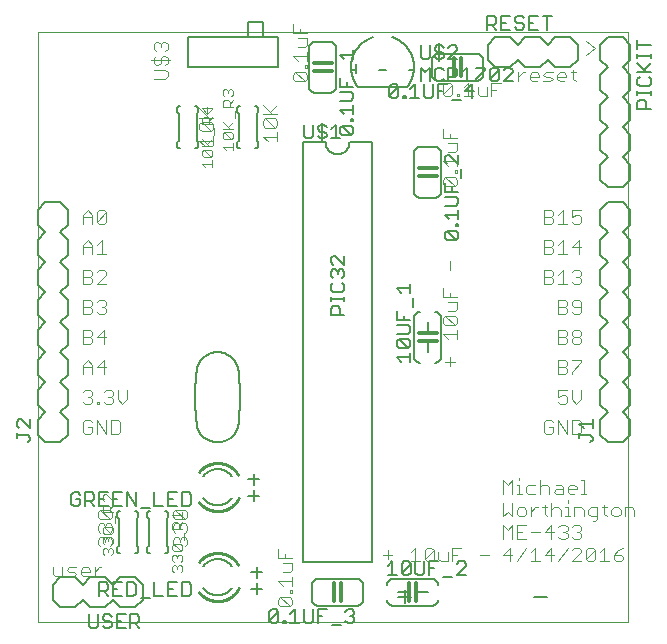
<source format=gto>
G75*
%MOIN*%
%OFA0B0*%
%FSLAX25Y25*%
%IPPOS*%
%LPD*%
%AMOC8*
5,1,8,0,0,1.08239X$1,22.5*
%
%ADD10C,0.00000*%
%ADD11C,0.00400*%
%ADD12C,0.00600*%
%ADD13C,0.00500*%
%ADD14C,0.00800*%
%ADD15C,0.01000*%
%ADD16C,0.01200*%
D10*
X0009867Y0004867D02*
X0009867Y0201717D01*
X0206717Y0201717D01*
X0206717Y0004867D01*
X0009867Y0004867D01*
D11*
X0015834Y0020067D02*
X0015067Y0020834D01*
X0015067Y0023136D01*
X0018136Y0023136D02*
X0018136Y0020067D01*
X0015834Y0020067D01*
X0019671Y0020067D02*
X0021973Y0020067D01*
X0022740Y0020834D01*
X0021973Y0021601D01*
X0020438Y0021601D01*
X0019671Y0022369D01*
X0020438Y0023136D01*
X0022740Y0023136D01*
X0024275Y0022369D02*
X0025042Y0023136D01*
X0026576Y0023136D01*
X0027344Y0022369D01*
X0027344Y0021601D01*
X0024275Y0021601D01*
X0024275Y0020834D02*
X0024275Y0022369D01*
X0024275Y0020834D02*
X0025042Y0020067D01*
X0026576Y0020067D01*
X0028878Y0020067D02*
X0028878Y0023136D01*
X0028878Y0021601D02*
X0030413Y0023136D01*
X0031180Y0023136D01*
X0032148Y0027167D02*
X0031564Y0027750D01*
X0031564Y0028918D01*
X0032148Y0029502D01*
X0032731Y0029502D01*
X0033315Y0028918D01*
X0033899Y0029502D01*
X0034483Y0029502D01*
X0035067Y0028918D01*
X0035067Y0027750D01*
X0034483Y0027167D01*
X0033315Y0028334D02*
X0033315Y0028918D01*
X0033899Y0030067D02*
X0034667Y0030834D01*
X0034667Y0032369D01*
X0033899Y0033136D01*
X0033132Y0033136D01*
X0032365Y0032369D01*
X0032365Y0031601D01*
X0032365Y0032369D02*
X0031597Y0033136D01*
X0030830Y0033136D01*
X0030063Y0032369D01*
X0030063Y0030834D01*
X0030830Y0030067D01*
X0031564Y0031342D02*
X0031564Y0032509D01*
X0032148Y0033093D01*
X0032731Y0033093D01*
X0033315Y0032509D01*
X0033899Y0033093D01*
X0034483Y0033093D01*
X0035067Y0032509D01*
X0035067Y0031342D01*
X0034483Y0030758D01*
X0033315Y0031925D02*
X0033315Y0032509D01*
X0032148Y0030758D02*
X0031564Y0031342D01*
X0032148Y0034349D02*
X0031564Y0034933D01*
X0031564Y0036100D01*
X0032148Y0036684D01*
X0034483Y0034349D01*
X0035067Y0034933D01*
X0035067Y0036100D01*
X0034483Y0036684D01*
X0032148Y0036684D01*
X0032365Y0036973D02*
X0033132Y0037740D01*
X0033899Y0037740D01*
X0034667Y0036973D01*
X0034667Y0035438D01*
X0033899Y0034671D01*
X0034483Y0034349D02*
X0032148Y0034349D01*
X0030830Y0034671D02*
X0030063Y0035438D01*
X0030063Y0036973D01*
X0030830Y0037740D01*
X0031597Y0037740D01*
X0032365Y0036973D01*
X0032365Y0036205D01*
X0033899Y0039275D02*
X0030830Y0039275D01*
X0030063Y0040042D01*
X0030063Y0041576D01*
X0030830Y0042344D01*
X0033899Y0039275D01*
X0034667Y0040042D01*
X0034667Y0041576D01*
X0033899Y0042344D01*
X0030830Y0042344D01*
X0031564Y0041531D02*
X0031564Y0043282D01*
X0032148Y0043866D01*
X0033315Y0043866D01*
X0033899Y0043282D01*
X0033899Y0041531D01*
X0033899Y0042699D02*
X0035067Y0043866D01*
X0035067Y0045122D02*
X0032731Y0047457D01*
X0032148Y0047457D01*
X0031564Y0046873D01*
X0031564Y0045706D01*
X0032148Y0045122D01*
X0035067Y0045122D02*
X0035067Y0047457D01*
X0035067Y0041531D02*
X0031564Y0041531D01*
X0035650Y0040275D02*
X0035650Y0037940D01*
X0054664Y0037536D02*
X0055248Y0038120D01*
X0056415Y0038120D01*
X0056999Y0037536D01*
X0056999Y0035785D01*
X0057365Y0036205D02*
X0057365Y0036973D01*
X0058132Y0037740D01*
X0058899Y0037740D01*
X0059667Y0036973D01*
X0059667Y0035438D01*
X0058899Y0034671D01*
X0058750Y0034529D02*
X0058750Y0032193D01*
X0059667Y0032369D02*
X0059667Y0030834D01*
X0058899Y0030067D01*
X0058167Y0030354D02*
X0058167Y0029186D01*
X0057583Y0028602D01*
X0055248Y0030938D01*
X0057583Y0030938D01*
X0058167Y0030354D01*
X0057365Y0031601D02*
X0057365Y0032369D01*
X0058132Y0033136D01*
X0058899Y0033136D01*
X0059667Y0032369D01*
X0057365Y0032369D02*
X0056597Y0033136D01*
X0055830Y0033136D01*
X0055063Y0032369D01*
X0055063Y0030834D01*
X0055830Y0030067D01*
X0055248Y0030938D02*
X0054664Y0030354D01*
X0054664Y0029186D01*
X0055248Y0028602D01*
X0057583Y0028602D01*
X0057583Y0027347D02*
X0058167Y0026763D01*
X0058167Y0025595D01*
X0057583Y0025011D01*
X0057583Y0023756D02*
X0058167Y0023172D01*
X0058167Y0022004D01*
X0057583Y0021420D01*
X0056415Y0022588D02*
X0056415Y0023172D01*
X0056999Y0023756D01*
X0057583Y0023756D01*
X0056415Y0023172D02*
X0055831Y0023756D01*
X0055248Y0023756D01*
X0054664Y0023172D01*
X0054664Y0022004D01*
X0055248Y0021420D01*
X0055248Y0025011D02*
X0054664Y0025595D01*
X0054664Y0026763D01*
X0055248Y0027347D01*
X0055831Y0027347D01*
X0056415Y0026763D01*
X0056999Y0027347D01*
X0057583Y0027347D01*
X0056415Y0026763D02*
X0056415Y0026179D01*
X0055830Y0034671D02*
X0055063Y0035438D01*
X0055063Y0036973D01*
X0055830Y0037740D01*
X0056597Y0037740D01*
X0057365Y0036973D01*
X0056999Y0036952D02*
X0058167Y0038120D01*
X0058167Y0039376D02*
X0058167Y0041711D01*
X0058899Y0042344D02*
X0055830Y0042344D01*
X0058899Y0039275D01*
X0059667Y0040042D01*
X0059667Y0041576D01*
X0058899Y0042344D01*
X0058167Y0040543D02*
X0054664Y0040543D01*
X0055831Y0039376D01*
X0055830Y0039275D02*
X0055063Y0040042D01*
X0055063Y0041576D01*
X0055830Y0042344D01*
X0055830Y0039275D02*
X0058899Y0039275D01*
X0058167Y0035785D02*
X0054664Y0035785D01*
X0054664Y0037536D01*
X0036576Y0067567D02*
X0034275Y0067567D01*
X0034275Y0072171D01*
X0036576Y0072171D01*
X0037344Y0071403D01*
X0037344Y0068334D01*
X0036576Y0067567D01*
X0032740Y0067567D02*
X0032740Y0072171D01*
X0029671Y0072171D02*
X0029671Y0067567D01*
X0028136Y0068334D02*
X0028136Y0069869D01*
X0026601Y0069869D01*
X0025067Y0071403D02*
X0025067Y0068334D01*
X0025834Y0067567D01*
X0027369Y0067567D01*
X0028136Y0068334D01*
X0028136Y0071403D02*
X0027369Y0072171D01*
X0025834Y0072171D01*
X0025067Y0071403D01*
X0029671Y0072171D02*
X0032740Y0067567D01*
X0032740Y0077567D02*
X0031973Y0078334D01*
X0032740Y0077567D02*
X0034274Y0077567D01*
X0035042Y0078334D01*
X0035042Y0079101D01*
X0034274Y0079869D01*
X0033507Y0079869D01*
X0034274Y0079869D02*
X0035042Y0080636D01*
X0035042Y0081403D01*
X0034274Y0082171D01*
X0032740Y0082171D01*
X0031973Y0081403D01*
X0030438Y0078334D02*
X0029671Y0078334D01*
X0029671Y0077567D01*
X0030438Y0077567D01*
X0030438Y0078334D01*
X0028136Y0078334D02*
X0027369Y0077567D01*
X0025834Y0077567D01*
X0025067Y0078334D01*
X0026601Y0079869D02*
X0027369Y0079869D01*
X0028136Y0079101D01*
X0028136Y0078334D01*
X0027369Y0079869D02*
X0028136Y0080636D01*
X0028136Y0081403D01*
X0027369Y0082171D01*
X0025834Y0082171D01*
X0025067Y0081403D01*
X0025067Y0087567D02*
X0025067Y0090636D01*
X0026601Y0092171D01*
X0028136Y0090636D01*
X0028136Y0087567D01*
X0028136Y0089869D02*
X0025067Y0089869D01*
X0029671Y0089869D02*
X0032740Y0089869D01*
X0031973Y0087567D02*
X0031973Y0092171D01*
X0029671Y0089869D01*
X0036576Y0082171D02*
X0036576Y0079101D01*
X0038111Y0077567D01*
X0039646Y0079101D01*
X0039646Y0082171D01*
X0031973Y0097567D02*
X0031973Y0102171D01*
X0029671Y0099869D01*
X0032740Y0099869D01*
X0028136Y0100636D02*
X0027369Y0099869D01*
X0025067Y0099869D01*
X0025067Y0097567D02*
X0025067Y0102171D01*
X0027369Y0102171D01*
X0028136Y0101403D01*
X0028136Y0100636D01*
X0027369Y0099869D02*
X0028136Y0099101D01*
X0028136Y0098334D01*
X0027369Y0097567D01*
X0025067Y0097567D01*
X0025067Y0107567D02*
X0027369Y0107567D01*
X0028136Y0108334D01*
X0028136Y0109101D01*
X0027369Y0109869D01*
X0025067Y0109869D01*
X0025067Y0107567D02*
X0025067Y0112171D01*
X0027369Y0112171D01*
X0028136Y0111403D01*
X0028136Y0110636D01*
X0027369Y0109869D01*
X0029671Y0111403D02*
X0030438Y0112171D01*
X0031973Y0112171D01*
X0032740Y0111403D01*
X0032740Y0110636D01*
X0031973Y0109869D01*
X0032740Y0109101D01*
X0032740Y0108334D01*
X0031973Y0107567D01*
X0030438Y0107567D01*
X0029671Y0108334D01*
X0031205Y0109869D02*
X0031973Y0109869D01*
X0032740Y0117567D02*
X0029671Y0117567D01*
X0032740Y0120636D01*
X0032740Y0121403D01*
X0031973Y0122171D01*
X0030438Y0122171D01*
X0029671Y0121403D01*
X0028136Y0121403D02*
X0027369Y0122171D01*
X0025067Y0122171D01*
X0025067Y0117567D01*
X0027369Y0117567D01*
X0028136Y0118334D01*
X0028136Y0119101D01*
X0027369Y0119869D01*
X0025067Y0119869D01*
X0027369Y0119869D02*
X0028136Y0120636D01*
X0028136Y0121403D01*
X0028136Y0127567D02*
X0028136Y0130636D01*
X0026601Y0132171D01*
X0025067Y0130636D01*
X0025067Y0127567D01*
X0025067Y0129869D02*
X0028136Y0129869D01*
X0029671Y0130636D02*
X0031205Y0132171D01*
X0031205Y0127567D01*
X0029671Y0127567D02*
X0032740Y0127567D01*
X0031973Y0137567D02*
X0030438Y0137567D01*
X0029671Y0138334D01*
X0032740Y0141403D01*
X0032740Y0138334D01*
X0031973Y0137567D01*
X0029671Y0138334D02*
X0029671Y0141403D01*
X0030438Y0142171D01*
X0031973Y0142171D01*
X0032740Y0141403D01*
X0028136Y0140636D02*
X0028136Y0137567D01*
X0028136Y0139869D02*
X0025067Y0139869D01*
X0025067Y0140636D02*
X0025067Y0137567D01*
X0025067Y0140636D02*
X0026601Y0142171D01*
X0028136Y0140636D01*
X0064664Y0157588D02*
X0068167Y0157588D01*
X0068167Y0156420D02*
X0068167Y0158756D01*
X0067583Y0160011D02*
X0065248Y0160011D01*
X0064664Y0160595D01*
X0064664Y0161763D01*
X0065248Y0162347D01*
X0067583Y0160011D01*
X0068167Y0160595D01*
X0068167Y0161763D01*
X0067583Y0162347D01*
X0065248Y0162347D01*
X0064664Y0163602D02*
X0068167Y0163602D01*
X0068417Y0163817D02*
X0068417Y0166886D01*
X0068750Y0167193D02*
X0068750Y0169529D01*
X0068417Y0169188D02*
X0067649Y0168421D01*
X0064580Y0171490D01*
X0067649Y0171490D01*
X0068417Y0170723D01*
X0068417Y0169188D01*
X0067649Y0168421D02*
X0064580Y0168421D01*
X0063813Y0169188D01*
X0063813Y0170723D01*
X0064580Y0171490D01*
X0064664Y0170785D02*
X0064664Y0172536D01*
X0065248Y0173120D01*
X0066415Y0173120D01*
X0066999Y0172536D01*
X0066999Y0170785D01*
X0066999Y0171952D02*
X0068167Y0173120D01*
X0068417Y0173025D02*
X0063813Y0173025D01*
X0064664Y0170785D02*
X0068167Y0170785D01*
X0066882Y0173025D02*
X0063813Y0176094D01*
X0064664Y0176127D02*
X0066415Y0174376D01*
X0066415Y0176711D01*
X0064664Y0176127D02*
X0068167Y0176127D01*
X0068417Y0176094D02*
X0066115Y0173792D01*
X0071564Y0171684D02*
X0073899Y0169349D01*
X0073315Y0169933D02*
X0075067Y0171684D01*
X0075650Y0172940D02*
X0075650Y0175275D01*
X0075067Y0176531D02*
X0071564Y0176531D01*
X0071564Y0178282D01*
X0072148Y0178866D01*
X0073315Y0178866D01*
X0073899Y0178282D01*
X0073899Y0176531D01*
X0073899Y0177699D02*
X0075067Y0178866D01*
X0074483Y0180122D02*
X0075067Y0180706D01*
X0075067Y0181873D01*
X0074483Y0182457D01*
X0073899Y0182457D01*
X0073315Y0181873D01*
X0073315Y0181290D01*
X0073315Y0181873D02*
X0072731Y0182457D01*
X0072148Y0182457D01*
X0071564Y0181873D01*
X0071564Y0180706D01*
X0072148Y0180122D01*
X0071564Y0169349D02*
X0075067Y0169349D01*
X0074483Y0168093D02*
X0075067Y0167509D01*
X0075067Y0166342D01*
X0074483Y0165758D01*
X0072148Y0168093D01*
X0074483Y0168093D01*
X0074483Y0165758D02*
X0072148Y0165758D01*
X0071564Y0166342D01*
X0071564Y0167509D01*
X0072148Y0168093D01*
X0068167Y0165938D02*
X0066415Y0164186D01*
X0066999Y0163602D02*
X0064664Y0165938D01*
X0063813Y0165351D02*
X0068417Y0165351D01*
X0065347Y0163817D02*
X0063813Y0165351D01*
X0064664Y0157588D02*
X0065831Y0156420D01*
X0072731Y0162167D02*
X0071564Y0163334D01*
X0075067Y0163334D01*
X0075067Y0162167D02*
X0075067Y0164502D01*
X0085063Y0166601D02*
X0086597Y0165067D01*
X0085063Y0166601D02*
X0089667Y0166601D01*
X0089667Y0165067D02*
X0089667Y0168136D01*
X0088899Y0169671D02*
X0089667Y0170438D01*
X0089667Y0171973D01*
X0088899Y0172740D01*
X0085830Y0172740D01*
X0088899Y0169671D01*
X0085830Y0169671D01*
X0085063Y0170438D01*
X0085063Y0171973D01*
X0085830Y0172740D01*
X0085063Y0174275D02*
X0089667Y0174275D01*
X0088132Y0174275D02*
X0085063Y0177344D01*
X0087365Y0175042D02*
X0089667Y0177344D01*
X0095830Y0185067D02*
X0095063Y0185834D01*
X0095063Y0187369D01*
X0095830Y0188136D01*
X0098899Y0185067D01*
X0099667Y0185834D01*
X0099667Y0187369D01*
X0098899Y0188136D01*
X0095830Y0188136D01*
X0095830Y0185067D02*
X0098899Y0185067D01*
X0098899Y0189671D02*
X0098899Y0190438D01*
X0099667Y0190438D01*
X0099667Y0189671D01*
X0098899Y0189671D01*
X0099667Y0191973D02*
X0099667Y0195042D01*
X0099667Y0193507D02*
X0095063Y0193507D01*
X0096597Y0191973D01*
X0096597Y0196576D02*
X0098899Y0196576D01*
X0099667Y0197344D01*
X0099667Y0199646D01*
X0096597Y0199646D01*
X0097365Y0201180D02*
X0097365Y0202715D01*
X0099667Y0201180D02*
X0095063Y0201180D01*
X0095063Y0204250D01*
X0053210Y0197482D02*
X0053210Y0195947D01*
X0052443Y0195180D01*
X0052443Y0193645D02*
X0051675Y0193645D01*
X0050908Y0192878D01*
X0050908Y0191343D01*
X0050141Y0190576D01*
X0049373Y0190576D01*
X0048606Y0191343D01*
X0048606Y0192878D01*
X0049373Y0193645D01*
X0049373Y0195180D02*
X0048606Y0195947D01*
X0048606Y0197482D01*
X0049373Y0198249D01*
X0050141Y0198249D01*
X0050908Y0197482D01*
X0051675Y0198249D01*
X0052443Y0198249D01*
X0053210Y0197482D01*
X0050908Y0197482D02*
X0050908Y0196715D01*
X0052443Y0193645D02*
X0053210Y0192878D01*
X0053210Y0191343D01*
X0052443Y0190576D01*
X0052443Y0189041D02*
X0048606Y0189041D01*
X0047839Y0192111D02*
X0053977Y0192111D01*
X0052443Y0189041D02*
X0053210Y0188274D01*
X0053210Y0186739D01*
X0052443Y0185972D01*
X0048606Y0185972D01*
X0145067Y0183903D02*
X0145067Y0180834D01*
X0148136Y0183903D01*
X0148136Y0180834D01*
X0147369Y0180067D01*
X0145834Y0180067D01*
X0145067Y0180834D01*
X0145067Y0183903D02*
X0145834Y0184671D01*
X0147369Y0184671D01*
X0148136Y0183903D01*
X0149671Y0180834D02*
X0150438Y0180834D01*
X0150438Y0180067D01*
X0149671Y0180067D01*
X0149671Y0180834D01*
X0151973Y0180067D02*
X0155042Y0180067D01*
X0153507Y0180067D02*
X0153507Y0184671D01*
X0151973Y0183136D01*
X0156576Y0183136D02*
X0156576Y0180834D01*
X0157344Y0180067D01*
X0159646Y0180067D01*
X0159646Y0183136D01*
X0161180Y0182369D02*
X0162715Y0182369D01*
X0161180Y0180067D02*
X0161180Y0184671D01*
X0164250Y0184671D01*
X0170067Y0185067D02*
X0170067Y0188136D01*
X0171601Y0188136D02*
X0172369Y0188136D01*
X0171601Y0188136D02*
X0170067Y0186601D01*
X0173903Y0186601D02*
X0176973Y0186601D01*
X0176973Y0187369D01*
X0176205Y0188136D01*
X0174671Y0188136D01*
X0173903Y0187369D01*
X0173903Y0185834D01*
X0174671Y0185067D01*
X0176205Y0185067D01*
X0178507Y0185067D02*
X0180809Y0185067D01*
X0181576Y0185834D01*
X0180809Y0186601D01*
X0179274Y0186601D01*
X0178507Y0187369D01*
X0179274Y0188136D01*
X0181576Y0188136D01*
X0183111Y0187369D02*
X0183111Y0185834D01*
X0183878Y0185067D01*
X0185413Y0185067D01*
X0186180Y0186601D02*
X0183111Y0186601D01*
X0183111Y0187369D02*
X0183878Y0188136D01*
X0185413Y0188136D01*
X0186180Y0187369D01*
X0186180Y0186601D01*
X0187715Y0188136D02*
X0189250Y0188136D01*
X0188482Y0188903D02*
X0188482Y0185834D01*
X0189250Y0185067D01*
X0192567Y0193817D02*
X0195636Y0196119D01*
X0192567Y0198421D01*
X0149667Y0166180D02*
X0145063Y0166180D01*
X0145063Y0169250D01*
X0147365Y0167715D02*
X0147365Y0166180D01*
X0146597Y0164646D02*
X0149667Y0164646D01*
X0149667Y0162344D01*
X0148899Y0161576D01*
X0146597Y0161576D01*
X0149667Y0160042D02*
X0149667Y0156973D01*
X0149667Y0158507D02*
X0145063Y0158507D01*
X0146597Y0156973D01*
X0148899Y0155438D02*
X0148899Y0154671D01*
X0149667Y0154671D01*
X0149667Y0155438D01*
X0148899Y0155438D01*
X0148899Y0153136D02*
X0145830Y0153136D01*
X0148899Y0150067D01*
X0149667Y0150834D01*
X0149667Y0152369D01*
X0148899Y0153136D01*
X0145830Y0153136D02*
X0145063Y0152369D01*
X0145063Y0150834D01*
X0145830Y0150067D01*
X0148899Y0150067D01*
X0147365Y0125363D02*
X0147365Y0122294D01*
X0145063Y0116156D02*
X0145063Y0113086D01*
X0149667Y0113086D01*
X0149667Y0111552D02*
X0146597Y0111552D01*
X0147365Y0113086D02*
X0147365Y0114621D01*
X0149667Y0111552D02*
X0149667Y0109250D01*
X0148899Y0108482D01*
X0146597Y0108482D01*
X0145830Y0106948D02*
X0145063Y0106180D01*
X0145063Y0104646D01*
X0145830Y0103878D01*
X0148899Y0103878D01*
X0145830Y0106948D01*
X0148899Y0106948D01*
X0149667Y0106180D01*
X0149667Y0104646D01*
X0148899Y0103878D01*
X0149667Y0102344D02*
X0149667Y0099275D01*
X0149667Y0100809D02*
X0145063Y0100809D01*
X0146597Y0099275D01*
X0147365Y0093136D02*
X0147365Y0090067D01*
X0148899Y0091601D02*
X0145830Y0091601D01*
X0178755Y0071403D02*
X0178755Y0068334D01*
X0179522Y0067567D01*
X0181057Y0067567D01*
X0181824Y0068334D01*
X0181824Y0069869D01*
X0180289Y0069869D01*
X0178755Y0071403D02*
X0179522Y0072171D01*
X0181057Y0072171D01*
X0181824Y0071403D01*
X0183359Y0072171D02*
X0186428Y0067567D01*
X0186428Y0072171D01*
X0187963Y0072171D02*
X0190265Y0072171D01*
X0191032Y0071403D01*
X0191032Y0068334D01*
X0190265Y0067567D01*
X0187963Y0067567D01*
X0187963Y0072171D01*
X0183359Y0072171D02*
X0183359Y0067567D01*
X0184126Y0077567D02*
X0183359Y0078334D01*
X0184126Y0077567D02*
X0185661Y0077567D01*
X0186428Y0078334D01*
X0186428Y0079869D01*
X0185661Y0080636D01*
X0184893Y0080636D01*
X0183359Y0079869D01*
X0183359Y0082171D01*
X0186428Y0082171D01*
X0187963Y0082171D02*
X0187963Y0079101D01*
X0189497Y0077567D01*
X0191032Y0079101D01*
X0191032Y0082171D01*
X0187963Y0087567D02*
X0187963Y0088334D01*
X0191032Y0091403D01*
X0191032Y0092171D01*
X0187963Y0092171D01*
X0186428Y0091403D02*
X0186428Y0090636D01*
X0185661Y0089869D01*
X0183359Y0089869D01*
X0183359Y0087567D02*
X0183359Y0092171D01*
X0185661Y0092171D01*
X0186428Y0091403D01*
X0185661Y0089869D02*
X0186428Y0089101D01*
X0186428Y0088334D01*
X0185661Y0087567D01*
X0183359Y0087567D01*
X0183359Y0097567D02*
X0185661Y0097567D01*
X0186428Y0098334D01*
X0186428Y0099101D01*
X0185661Y0099869D01*
X0183359Y0099869D01*
X0183359Y0097567D02*
X0183359Y0102171D01*
X0185661Y0102171D01*
X0186428Y0101403D01*
X0186428Y0100636D01*
X0185661Y0099869D01*
X0187963Y0100636D02*
X0187963Y0101403D01*
X0188730Y0102171D01*
X0190265Y0102171D01*
X0191032Y0101403D01*
X0191032Y0100636D01*
X0190265Y0099869D01*
X0188730Y0099869D01*
X0187963Y0100636D01*
X0188730Y0099869D02*
X0187963Y0099101D01*
X0187963Y0098334D01*
X0188730Y0097567D01*
X0190265Y0097567D01*
X0191032Y0098334D01*
X0191032Y0099101D01*
X0190265Y0099869D01*
X0190265Y0107567D02*
X0188730Y0107567D01*
X0187963Y0108334D01*
X0186428Y0108334D02*
X0186428Y0109101D01*
X0185661Y0109869D01*
X0183359Y0109869D01*
X0183359Y0107567D02*
X0183359Y0112171D01*
X0185661Y0112171D01*
X0186428Y0111403D01*
X0186428Y0110636D01*
X0185661Y0109869D01*
X0186428Y0108334D02*
X0185661Y0107567D01*
X0183359Y0107567D01*
X0187963Y0110636D02*
X0187963Y0111403D01*
X0188730Y0112171D01*
X0190265Y0112171D01*
X0191032Y0111403D01*
X0191032Y0108334D01*
X0190265Y0107567D01*
X0191032Y0109869D02*
X0188730Y0109869D01*
X0187963Y0110636D01*
X0188730Y0117567D02*
X0187963Y0118334D01*
X0188730Y0117567D02*
X0190265Y0117567D01*
X0191032Y0118334D01*
X0191032Y0119101D01*
X0190265Y0119869D01*
X0189497Y0119869D01*
X0190265Y0119869D02*
X0191032Y0120636D01*
X0191032Y0121403D01*
X0190265Y0122171D01*
X0188730Y0122171D01*
X0187963Y0121403D01*
X0184893Y0122171D02*
X0184893Y0117567D01*
X0183359Y0117567D02*
X0186428Y0117567D01*
X0183359Y0120636D02*
X0184893Y0122171D01*
X0181824Y0121403D02*
X0181824Y0120636D01*
X0181057Y0119869D01*
X0178755Y0119869D01*
X0178755Y0117567D02*
X0178755Y0122171D01*
X0181057Y0122171D01*
X0181824Y0121403D01*
X0181057Y0119869D02*
X0181824Y0119101D01*
X0181824Y0118334D01*
X0181057Y0117567D01*
X0178755Y0117567D01*
X0178755Y0127567D02*
X0181057Y0127567D01*
X0181824Y0128334D01*
X0181824Y0129101D01*
X0181057Y0129869D01*
X0178755Y0129869D01*
X0178755Y0127567D02*
X0178755Y0132171D01*
X0181057Y0132171D01*
X0181824Y0131403D01*
X0181824Y0130636D01*
X0181057Y0129869D01*
X0183359Y0130636D02*
X0184893Y0132171D01*
X0184893Y0127567D01*
X0183359Y0127567D02*
X0186428Y0127567D01*
X0187963Y0129869D02*
X0191032Y0129869D01*
X0190265Y0127567D02*
X0190265Y0132171D01*
X0187963Y0129869D01*
X0188730Y0137567D02*
X0187963Y0138334D01*
X0188730Y0137567D02*
X0190265Y0137567D01*
X0191032Y0138334D01*
X0191032Y0139869D01*
X0190265Y0140636D01*
X0189497Y0140636D01*
X0187963Y0139869D01*
X0187963Y0142171D01*
X0191032Y0142171D01*
X0184893Y0142171D02*
X0184893Y0137567D01*
X0183359Y0137567D02*
X0186428Y0137567D01*
X0183359Y0140636D02*
X0184893Y0142171D01*
X0181824Y0141403D02*
X0181824Y0140636D01*
X0181057Y0139869D01*
X0178755Y0139869D01*
X0178755Y0137567D02*
X0178755Y0142171D01*
X0181057Y0142171D01*
X0181824Y0141403D01*
X0181057Y0139869D02*
X0181824Y0139101D01*
X0181824Y0138334D01*
X0181057Y0137567D01*
X0178755Y0137567D01*
X0170438Y0052938D02*
X0170438Y0052171D01*
X0170438Y0050636D02*
X0170438Y0047567D01*
X0169671Y0047567D02*
X0171205Y0047567D01*
X0172740Y0048334D02*
X0173507Y0047567D01*
X0175809Y0047567D01*
X0177344Y0047567D02*
X0177344Y0052171D01*
X0178111Y0050636D02*
X0179646Y0050636D01*
X0180413Y0049869D01*
X0180413Y0047567D01*
X0181948Y0048334D02*
X0182715Y0049101D01*
X0185017Y0049101D01*
X0185017Y0049869D02*
X0185017Y0047567D01*
X0182715Y0047567D01*
X0181948Y0048334D01*
X0182715Y0050636D02*
X0184250Y0050636D01*
X0185017Y0049869D01*
X0186552Y0049869D02*
X0187319Y0050636D01*
X0188854Y0050636D01*
X0189621Y0049869D01*
X0189621Y0049101D01*
X0186552Y0049101D01*
X0186552Y0048334D02*
X0186552Y0049869D01*
X0186552Y0048334D02*
X0187319Y0047567D01*
X0188854Y0047567D01*
X0191156Y0047567D02*
X0192690Y0047567D01*
X0191923Y0047567D02*
X0191923Y0052171D01*
X0191156Y0052171D01*
X0186552Y0045438D02*
X0186552Y0044671D01*
X0186552Y0043136D02*
X0186552Y0040067D01*
X0187319Y0040067D02*
X0185784Y0040067D01*
X0184250Y0040067D02*
X0184250Y0042369D01*
X0183482Y0043136D01*
X0181948Y0043136D01*
X0181180Y0042369D01*
X0179646Y0043136D02*
X0178111Y0043136D01*
X0178878Y0043903D02*
X0178878Y0040834D01*
X0179646Y0040067D01*
X0181180Y0040067D02*
X0181180Y0044671D01*
X0176576Y0043136D02*
X0175809Y0043136D01*
X0174275Y0041601D01*
X0174275Y0040067D02*
X0174275Y0043136D01*
X0172740Y0042369D02*
X0172740Y0040834D01*
X0171973Y0040067D01*
X0170438Y0040067D01*
X0169671Y0040834D01*
X0169671Y0042369D01*
X0170438Y0043136D01*
X0171973Y0043136D01*
X0172740Y0042369D01*
X0168136Y0040067D02*
X0168136Y0044671D01*
X0168136Y0047567D02*
X0168136Y0052171D01*
X0166601Y0050636D01*
X0165067Y0052171D01*
X0165067Y0047567D01*
X0165067Y0044671D02*
X0165067Y0040067D01*
X0166601Y0041601D01*
X0168136Y0040067D01*
X0168136Y0037171D02*
X0168136Y0032567D01*
X0169671Y0032567D02*
X0172740Y0032567D01*
X0174275Y0034869D02*
X0177344Y0034869D01*
X0178878Y0034869D02*
X0181948Y0034869D01*
X0183482Y0036403D02*
X0184250Y0037171D01*
X0185784Y0037171D01*
X0186552Y0036403D01*
X0186552Y0035636D01*
X0185784Y0034869D01*
X0186552Y0034101D01*
X0186552Y0033334D01*
X0185784Y0032567D01*
X0184250Y0032567D01*
X0183482Y0033334D01*
X0185017Y0034869D02*
X0185784Y0034869D01*
X0188086Y0036403D02*
X0188854Y0037171D01*
X0190388Y0037171D01*
X0191156Y0036403D01*
X0191156Y0035636D01*
X0190388Y0034869D01*
X0191156Y0034101D01*
X0191156Y0033334D01*
X0190388Y0032567D01*
X0188854Y0032567D01*
X0188086Y0033334D01*
X0189621Y0034869D02*
X0190388Y0034869D01*
X0190388Y0029671D02*
X0188854Y0029671D01*
X0188086Y0028903D01*
X0186552Y0029671D02*
X0183482Y0025067D01*
X0181180Y0025067D02*
X0181180Y0029671D01*
X0178878Y0027369D01*
X0181948Y0027369D01*
X0177344Y0025067D02*
X0174275Y0025067D01*
X0175809Y0025067D02*
X0175809Y0029671D01*
X0174275Y0028136D01*
X0172740Y0029671D02*
X0169671Y0025067D01*
X0167369Y0025067D02*
X0167369Y0029671D01*
X0165067Y0027369D01*
X0168136Y0027369D01*
X0169671Y0032567D02*
X0169671Y0037171D01*
X0172740Y0037171D01*
X0171205Y0034869D02*
X0169671Y0034869D01*
X0168136Y0037171D02*
X0166601Y0035636D01*
X0165067Y0037171D01*
X0165067Y0032567D01*
X0160363Y0027369D02*
X0157294Y0027369D01*
X0151156Y0029671D02*
X0148086Y0029671D01*
X0148086Y0025067D01*
X0146552Y0025067D02*
X0146552Y0028136D01*
X0148086Y0027369D02*
X0149621Y0027369D01*
X0146552Y0025067D02*
X0144250Y0025067D01*
X0143482Y0025834D01*
X0143482Y0028136D01*
X0141948Y0028903D02*
X0141948Y0025834D01*
X0141180Y0025067D01*
X0139646Y0025067D01*
X0138878Y0025834D01*
X0141948Y0028903D01*
X0141180Y0029671D01*
X0139646Y0029671D01*
X0138878Y0028903D01*
X0138878Y0025834D01*
X0137344Y0025067D02*
X0134275Y0025067D01*
X0135809Y0025067D02*
X0135809Y0029671D01*
X0134275Y0028136D01*
X0128136Y0027369D02*
X0125067Y0027369D01*
X0126601Y0028903D02*
X0126601Y0025834D01*
X0094667Y0026180D02*
X0090063Y0026180D01*
X0090063Y0029250D01*
X0092365Y0027715D02*
X0092365Y0026180D01*
X0091597Y0024646D02*
X0094667Y0024646D01*
X0094667Y0022344D01*
X0093899Y0021576D01*
X0091597Y0021576D01*
X0094667Y0020042D02*
X0094667Y0016973D01*
X0094667Y0018507D02*
X0090063Y0018507D01*
X0091597Y0016973D01*
X0093899Y0015438D02*
X0094667Y0015438D01*
X0094667Y0014671D01*
X0093899Y0014671D01*
X0093899Y0015438D01*
X0093899Y0013136D02*
X0094667Y0012369D01*
X0094667Y0010834D01*
X0093899Y0010067D01*
X0090830Y0013136D01*
X0093899Y0013136D01*
X0090830Y0013136D02*
X0090063Y0012369D01*
X0090063Y0010834D01*
X0090830Y0010067D01*
X0093899Y0010067D01*
X0169671Y0050636D02*
X0170438Y0050636D01*
X0172740Y0049869D02*
X0172740Y0048334D01*
X0172740Y0049869D02*
X0173507Y0050636D01*
X0175809Y0050636D01*
X0177344Y0049869D02*
X0178111Y0050636D01*
X0185784Y0043136D02*
X0186552Y0043136D01*
X0188854Y0043136D02*
X0188854Y0040067D01*
X0188854Y0043136D02*
X0191156Y0043136D01*
X0191923Y0042369D01*
X0191923Y0040067D01*
X0193458Y0040834D02*
X0193458Y0042369D01*
X0194225Y0043136D01*
X0196527Y0043136D01*
X0196527Y0039299D01*
X0195759Y0038532D01*
X0194992Y0038532D01*
X0194225Y0040067D02*
X0196527Y0040067D01*
X0194225Y0040067D02*
X0193458Y0040834D01*
X0198061Y0043136D02*
X0199596Y0043136D01*
X0198829Y0043903D02*
X0198829Y0040834D01*
X0199596Y0040067D01*
X0201131Y0040834D02*
X0201131Y0042369D01*
X0201898Y0043136D01*
X0203433Y0043136D01*
X0204200Y0042369D01*
X0204200Y0040834D01*
X0203433Y0040067D01*
X0201898Y0040067D01*
X0201131Y0040834D01*
X0205735Y0040067D02*
X0205735Y0043136D01*
X0208037Y0043136D01*
X0208804Y0042369D01*
X0208804Y0040067D01*
X0204967Y0029671D02*
X0203433Y0028903D01*
X0201898Y0027369D01*
X0204200Y0027369D01*
X0204967Y0026601D01*
X0204967Y0025834D01*
X0204200Y0025067D01*
X0202665Y0025067D01*
X0201898Y0025834D01*
X0201898Y0027369D01*
X0198829Y0029671D02*
X0198829Y0025067D01*
X0200363Y0025067D02*
X0197294Y0025067D01*
X0195759Y0025834D02*
X0194992Y0025067D01*
X0193458Y0025067D01*
X0192690Y0025834D01*
X0195759Y0028903D01*
X0195759Y0025834D01*
X0197294Y0028136D02*
X0198829Y0029671D01*
X0195759Y0028903D02*
X0194992Y0029671D01*
X0193458Y0029671D01*
X0192690Y0028903D01*
X0192690Y0025834D01*
X0191156Y0025067D02*
X0188086Y0025067D01*
X0191156Y0028136D01*
X0191156Y0028903D01*
X0190388Y0029671D01*
X0181180Y0032567D02*
X0181180Y0037171D01*
X0178878Y0034869D01*
D12*
X0179555Y0013369D02*
X0175285Y0013369D01*
X0143367Y0012367D02*
X0143365Y0012280D01*
X0143359Y0012193D01*
X0143350Y0012106D01*
X0143337Y0012020D01*
X0143320Y0011934D01*
X0143299Y0011849D01*
X0143274Y0011766D01*
X0143246Y0011683D01*
X0143215Y0011602D01*
X0143180Y0011522D01*
X0143141Y0011444D01*
X0143099Y0011367D01*
X0143054Y0011292D01*
X0143005Y0011220D01*
X0142954Y0011149D01*
X0142899Y0011081D01*
X0142842Y0011016D01*
X0142781Y0010953D01*
X0142718Y0010892D01*
X0142653Y0010835D01*
X0142585Y0010780D01*
X0142514Y0010729D01*
X0142442Y0010680D01*
X0142367Y0010635D01*
X0142290Y0010593D01*
X0142212Y0010554D01*
X0142132Y0010519D01*
X0142051Y0010488D01*
X0141968Y0010460D01*
X0141885Y0010435D01*
X0141800Y0010414D01*
X0141714Y0010397D01*
X0141628Y0010384D01*
X0141541Y0010375D01*
X0141454Y0010369D01*
X0141367Y0010367D01*
X0128367Y0010367D01*
X0128280Y0010369D01*
X0128193Y0010375D01*
X0128106Y0010384D01*
X0128020Y0010397D01*
X0127934Y0010414D01*
X0127849Y0010435D01*
X0127766Y0010460D01*
X0127683Y0010488D01*
X0127602Y0010519D01*
X0127522Y0010554D01*
X0127444Y0010593D01*
X0127367Y0010635D01*
X0127292Y0010680D01*
X0127220Y0010729D01*
X0127149Y0010780D01*
X0127081Y0010835D01*
X0127016Y0010892D01*
X0126953Y0010953D01*
X0126892Y0011016D01*
X0126835Y0011081D01*
X0126780Y0011149D01*
X0126729Y0011220D01*
X0126680Y0011292D01*
X0126635Y0011367D01*
X0126593Y0011444D01*
X0126554Y0011522D01*
X0126519Y0011602D01*
X0126488Y0011683D01*
X0126460Y0011766D01*
X0126435Y0011849D01*
X0126414Y0011934D01*
X0126397Y0012020D01*
X0126384Y0012106D01*
X0126375Y0012193D01*
X0126369Y0012280D01*
X0126367Y0012367D01*
X0130167Y0013369D02*
X0134437Y0013369D01*
X0133667Y0014867D02*
X0129867Y0014867D01*
X0132302Y0015505D02*
X0132302Y0011234D01*
X0136167Y0014867D02*
X0139867Y0014867D01*
X0143367Y0017367D02*
X0143365Y0017454D01*
X0143359Y0017541D01*
X0143350Y0017628D01*
X0143337Y0017714D01*
X0143320Y0017800D01*
X0143299Y0017885D01*
X0143274Y0017968D01*
X0143246Y0018051D01*
X0143215Y0018132D01*
X0143180Y0018212D01*
X0143141Y0018290D01*
X0143099Y0018367D01*
X0143054Y0018442D01*
X0143005Y0018514D01*
X0142954Y0018585D01*
X0142899Y0018653D01*
X0142842Y0018718D01*
X0142781Y0018781D01*
X0142718Y0018842D01*
X0142653Y0018899D01*
X0142585Y0018954D01*
X0142514Y0019005D01*
X0142442Y0019054D01*
X0142367Y0019099D01*
X0142290Y0019141D01*
X0142212Y0019180D01*
X0142132Y0019215D01*
X0142051Y0019246D01*
X0141968Y0019274D01*
X0141885Y0019299D01*
X0141800Y0019320D01*
X0141714Y0019337D01*
X0141628Y0019350D01*
X0141541Y0019359D01*
X0141454Y0019365D01*
X0141367Y0019367D01*
X0128367Y0019367D01*
X0128280Y0019365D01*
X0128193Y0019359D01*
X0128106Y0019350D01*
X0128020Y0019337D01*
X0127934Y0019320D01*
X0127849Y0019299D01*
X0127766Y0019274D01*
X0127683Y0019246D01*
X0127602Y0019215D01*
X0127522Y0019180D01*
X0127444Y0019141D01*
X0127367Y0019099D01*
X0127292Y0019054D01*
X0127220Y0019005D01*
X0127149Y0018954D01*
X0127081Y0018899D01*
X0127016Y0018842D01*
X0126953Y0018781D01*
X0126892Y0018718D01*
X0126835Y0018653D01*
X0126780Y0018585D01*
X0126729Y0018514D01*
X0126680Y0018442D01*
X0126635Y0018367D01*
X0126593Y0018290D01*
X0126554Y0018212D01*
X0126519Y0018132D01*
X0126488Y0018051D01*
X0126460Y0017968D01*
X0126435Y0017885D01*
X0126414Y0017800D01*
X0126397Y0017714D01*
X0126384Y0017628D01*
X0126375Y0017541D01*
X0126369Y0017454D01*
X0126367Y0017367D01*
X0121367Y0024867D02*
X0098367Y0024867D01*
X0098367Y0164867D01*
X0105867Y0164867D01*
X0105869Y0164741D01*
X0105875Y0164616D01*
X0105885Y0164491D01*
X0105899Y0164366D01*
X0105916Y0164241D01*
X0105938Y0164117D01*
X0105963Y0163994D01*
X0105993Y0163872D01*
X0106026Y0163751D01*
X0106063Y0163631D01*
X0106103Y0163512D01*
X0106148Y0163395D01*
X0106196Y0163278D01*
X0106248Y0163164D01*
X0106303Y0163051D01*
X0106362Y0162940D01*
X0106424Y0162831D01*
X0106490Y0162724D01*
X0106559Y0162619D01*
X0106631Y0162516D01*
X0106706Y0162415D01*
X0106785Y0162317D01*
X0106867Y0162222D01*
X0106951Y0162129D01*
X0107039Y0162039D01*
X0107129Y0161951D01*
X0107222Y0161867D01*
X0107317Y0161785D01*
X0107415Y0161706D01*
X0107516Y0161631D01*
X0107619Y0161559D01*
X0107724Y0161490D01*
X0107831Y0161424D01*
X0107940Y0161362D01*
X0108051Y0161303D01*
X0108164Y0161248D01*
X0108278Y0161196D01*
X0108395Y0161148D01*
X0108512Y0161103D01*
X0108631Y0161063D01*
X0108751Y0161026D01*
X0108872Y0160993D01*
X0108994Y0160963D01*
X0109117Y0160938D01*
X0109241Y0160916D01*
X0109366Y0160899D01*
X0109491Y0160885D01*
X0109616Y0160875D01*
X0109741Y0160869D01*
X0109867Y0160867D01*
X0109993Y0160869D01*
X0110118Y0160875D01*
X0110243Y0160885D01*
X0110368Y0160899D01*
X0110493Y0160916D01*
X0110617Y0160938D01*
X0110740Y0160963D01*
X0110862Y0160993D01*
X0110983Y0161026D01*
X0111103Y0161063D01*
X0111222Y0161103D01*
X0111339Y0161148D01*
X0111456Y0161196D01*
X0111570Y0161248D01*
X0111683Y0161303D01*
X0111794Y0161362D01*
X0111903Y0161424D01*
X0112010Y0161490D01*
X0112115Y0161559D01*
X0112218Y0161631D01*
X0112319Y0161706D01*
X0112417Y0161785D01*
X0112512Y0161867D01*
X0112605Y0161951D01*
X0112695Y0162039D01*
X0112783Y0162129D01*
X0112867Y0162222D01*
X0112949Y0162317D01*
X0113028Y0162415D01*
X0113103Y0162516D01*
X0113175Y0162619D01*
X0113244Y0162724D01*
X0113310Y0162831D01*
X0113372Y0162940D01*
X0113431Y0163051D01*
X0113486Y0163164D01*
X0113538Y0163278D01*
X0113586Y0163395D01*
X0113631Y0163512D01*
X0113671Y0163631D01*
X0113708Y0163751D01*
X0113741Y0163872D01*
X0113771Y0163994D01*
X0113796Y0164117D01*
X0113818Y0164241D01*
X0113835Y0164366D01*
X0113849Y0164491D01*
X0113859Y0164616D01*
X0113865Y0164741D01*
X0113867Y0164867D01*
X0121367Y0164867D01*
X0121367Y0024867D01*
X0116367Y0019367D02*
X0103367Y0019367D01*
X0103280Y0019365D01*
X0103193Y0019359D01*
X0103106Y0019350D01*
X0103020Y0019337D01*
X0102934Y0019320D01*
X0102849Y0019299D01*
X0102766Y0019274D01*
X0102683Y0019246D01*
X0102602Y0019215D01*
X0102522Y0019180D01*
X0102444Y0019141D01*
X0102367Y0019099D01*
X0102292Y0019054D01*
X0102220Y0019005D01*
X0102149Y0018954D01*
X0102081Y0018899D01*
X0102016Y0018842D01*
X0101953Y0018781D01*
X0101892Y0018718D01*
X0101835Y0018653D01*
X0101780Y0018585D01*
X0101729Y0018514D01*
X0101680Y0018442D01*
X0101635Y0018367D01*
X0101593Y0018290D01*
X0101554Y0018212D01*
X0101519Y0018132D01*
X0101488Y0018051D01*
X0101460Y0017968D01*
X0101435Y0017885D01*
X0101414Y0017800D01*
X0101397Y0017714D01*
X0101384Y0017628D01*
X0101375Y0017541D01*
X0101369Y0017454D01*
X0101367Y0017367D01*
X0101367Y0012367D01*
X0101369Y0012280D01*
X0101375Y0012193D01*
X0101384Y0012106D01*
X0101397Y0012020D01*
X0101414Y0011934D01*
X0101435Y0011849D01*
X0101460Y0011766D01*
X0101488Y0011683D01*
X0101519Y0011602D01*
X0101554Y0011522D01*
X0101593Y0011444D01*
X0101635Y0011367D01*
X0101680Y0011292D01*
X0101729Y0011220D01*
X0101780Y0011149D01*
X0101835Y0011081D01*
X0101892Y0011016D01*
X0101953Y0010953D01*
X0102016Y0010892D01*
X0102081Y0010835D01*
X0102149Y0010780D01*
X0102220Y0010729D01*
X0102292Y0010680D01*
X0102367Y0010635D01*
X0102444Y0010593D01*
X0102522Y0010554D01*
X0102602Y0010519D01*
X0102683Y0010488D01*
X0102766Y0010460D01*
X0102849Y0010435D01*
X0102934Y0010414D01*
X0103020Y0010397D01*
X0103106Y0010384D01*
X0103193Y0010375D01*
X0103280Y0010369D01*
X0103367Y0010367D01*
X0116367Y0010367D01*
X0116454Y0010369D01*
X0116541Y0010375D01*
X0116628Y0010384D01*
X0116714Y0010397D01*
X0116800Y0010414D01*
X0116885Y0010435D01*
X0116968Y0010460D01*
X0117051Y0010488D01*
X0117132Y0010519D01*
X0117212Y0010554D01*
X0117290Y0010593D01*
X0117367Y0010635D01*
X0117442Y0010680D01*
X0117514Y0010729D01*
X0117585Y0010780D01*
X0117653Y0010835D01*
X0117718Y0010892D01*
X0117781Y0010953D01*
X0117842Y0011016D01*
X0117899Y0011081D01*
X0117954Y0011149D01*
X0118005Y0011220D01*
X0118054Y0011292D01*
X0118099Y0011367D01*
X0118141Y0011444D01*
X0118180Y0011522D01*
X0118215Y0011602D01*
X0118246Y0011683D01*
X0118274Y0011766D01*
X0118299Y0011849D01*
X0118320Y0011934D01*
X0118337Y0012020D01*
X0118350Y0012106D01*
X0118359Y0012193D01*
X0118365Y0012280D01*
X0118367Y0012367D01*
X0118367Y0017367D01*
X0118365Y0017454D01*
X0118359Y0017541D01*
X0118350Y0017628D01*
X0118337Y0017714D01*
X0118320Y0017800D01*
X0118299Y0017885D01*
X0118274Y0017968D01*
X0118246Y0018051D01*
X0118215Y0018132D01*
X0118180Y0018212D01*
X0118141Y0018290D01*
X0118099Y0018367D01*
X0118054Y0018442D01*
X0118005Y0018514D01*
X0117954Y0018585D01*
X0117899Y0018653D01*
X0117842Y0018718D01*
X0117781Y0018781D01*
X0117718Y0018842D01*
X0117653Y0018899D01*
X0117585Y0018954D01*
X0117514Y0019005D01*
X0117442Y0019054D01*
X0117367Y0019099D01*
X0117290Y0019141D01*
X0117212Y0019180D01*
X0117132Y0019215D01*
X0117051Y0019246D01*
X0116968Y0019274D01*
X0116885Y0019299D01*
X0116800Y0019320D01*
X0116714Y0019337D01*
X0116628Y0019350D01*
X0116541Y0019359D01*
X0116454Y0019365D01*
X0116367Y0019367D01*
X0069867Y0013867D02*
X0069713Y0013869D01*
X0069559Y0013875D01*
X0069405Y0013885D01*
X0069251Y0013899D01*
X0069098Y0013916D01*
X0068946Y0013938D01*
X0068794Y0013964D01*
X0068642Y0013993D01*
X0068492Y0014027D01*
X0068342Y0014064D01*
X0068194Y0014105D01*
X0068046Y0014150D01*
X0067900Y0014199D01*
X0067755Y0014251D01*
X0067612Y0014307D01*
X0067469Y0014367D01*
X0067329Y0014430D01*
X0067190Y0014497D01*
X0067053Y0014568D01*
X0066918Y0014642D01*
X0066785Y0014719D01*
X0066653Y0014800D01*
X0066524Y0014884D01*
X0066397Y0014972D01*
X0066273Y0015063D01*
X0066151Y0015156D01*
X0066031Y0015254D01*
X0065914Y0015354D01*
X0065799Y0015457D01*
X0065687Y0015563D01*
X0065578Y0015671D01*
X0065472Y0015783D01*
X0065368Y0015897D01*
X0065268Y0016014D01*
X0065170Y0016133D01*
X0065076Y0016255D01*
X0064985Y0016380D01*
X0069867Y0025867D02*
X0070019Y0025865D01*
X0070170Y0025859D01*
X0070321Y0025850D01*
X0070473Y0025836D01*
X0070623Y0025819D01*
X0070773Y0025798D01*
X0070923Y0025773D01*
X0071072Y0025745D01*
X0071220Y0025712D01*
X0071367Y0025676D01*
X0071514Y0025637D01*
X0071659Y0025593D01*
X0071803Y0025546D01*
X0071946Y0025495D01*
X0072087Y0025441D01*
X0072228Y0025383D01*
X0072366Y0025322D01*
X0072503Y0025257D01*
X0072639Y0025188D01*
X0072772Y0025117D01*
X0072904Y0025042D01*
X0073034Y0024963D01*
X0073161Y0024882D01*
X0073287Y0024797D01*
X0073411Y0024709D01*
X0073532Y0024618D01*
X0073651Y0024524D01*
X0073767Y0024426D01*
X0073881Y0024326D01*
X0073993Y0024224D01*
X0074101Y0024118D01*
X0074207Y0024010D01*
X0074311Y0023899D01*
X0074411Y0023785D01*
X0074509Y0023669D01*
X0074603Y0023550D01*
X0069867Y0025867D02*
X0069715Y0025865D01*
X0069564Y0025859D01*
X0069413Y0025850D01*
X0069261Y0025836D01*
X0069111Y0025819D01*
X0068961Y0025798D01*
X0068811Y0025773D01*
X0068662Y0025745D01*
X0068514Y0025712D01*
X0068367Y0025676D01*
X0068220Y0025637D01*
X0068075Y0025593D01*
X0067931Y0025546D01*
X0067788Y0025495D01*
X0067647Y0025441D01*
X0067506Y0025383D01*
X0067368Y0025322D01*
X0067231Y0025257D01*
X0067095Y0025188D01*
X0066962Y0025117D01*
X0066830Y0025042D01*
X0066700Y0024963D01*
X0066573Y0024882D01*
X0066447Y0024797D01*
X0066323Y0024709D01*
X0066202Y0024618D01*
X0066083Y0024524D01*
X0065967Y0024426D01*
X0065853Y0024326D01*
X0065741Y0024224D01*
X0065633Y0024118D01*
X0065527Y0024010D01*
X0065423Y0023899D01*
X0065323Y0023785D01*
X0065225Y0023669D01*
X0065131Y0023550D01*
X0069867Y0013867D02*
X0070017Y0013869D01*
X0070168Y0013875D01*
X0070318Y0013884D01*
X0070467Y0013897D01*
X0070617Y0013914D01*
X0070766Y0013935D01*
X0070914Y0013959D01*
X0071062Y0013987D01*
X0071209Y0014019D01*
X0071355Y0014054D01*
X0071500Y0014094D01*
X0071644Y0014136D01*
X0071787Y0014183D01*
X0071929Y0014233D01*
X0072070Y0014286D01*
X0072209Y0014343D01*
X0072347Y0014403D01*
X0072483Y0014467D01*
X0072617Y0014534D01*
X0072750Y0014605D01*
X0072881Y0014679D01*
X0073010Y0014756D01*
X0073137Y0014837D01*
X0073262Y0014920D01*
X0073385Y0015007D01*
X0073506Y0015096D01*
X0073624Y0015189D01*
X0073740Y0015285D01*
X0073854Y0015383D01*
X0073965Y0015484D01*
X0074074Y0015589D01*
X0074179Y0015695D01*
X0074283Y0015805D01*
X0074383Y0015917D01*
X0074481Y0016031D01*
X0074575Y0016148D01*
X0074667Y0016267D01*
X0053367Y0028867D02*
X0053367Y0029867D01*
X0052867Y0030367D01*
X0052867Y0039367D01*
X0053367Y0039867D01*
X0053367Y0040867D01*
X0053365Y0040927D01*
X0053360Y0040988D01*
X0053351Y0041047D01*
X0053338Y0041106D01*
X0053322Y0041165D01*
X0053302Y0041222D01*
X0053279Y0041277D01*
X0053252Y0041332D01*
X0053223Y0041384D01*
X0053190Y0041435D01*
X0053154Y0041484D01*
X0053116Y0041530D01*
X0053074Y0041574D01*
X0053030Y0041616D01*
X0052984Y0041654D01*
X0052935Y0041690D01*
X0052884Y0041723D01*
X0052832Y0041752D01*
X0052777Y0041779D01*
X0052722Y0041802D01*
X0052665Y0041822D01*
X0052606Y0041838D01*
X0052547Y0041851D01*
X0052488Y0041860D01*
X0052427Y0041865D01*
X0052367Y0041867D01*
X0047367Y0041867D02*
X0047307Y0041865D01*
X0047246Y0041860D01*
X0047187Y0041851D01*
X0047128Y0041838D01*
X0047069Y0041822D01*
X0047012Y0041802D01*
X0046957Y0041779D01*
X0046902Y0041752D01*
X0046850Y0041723D01*
X0046799Y0041690D01*
X0046750Y0041654D01*
X0046704Y0041616D01*
X0046660Y0041574D01*
X0046618Y0041530D01*
X0046580Y0041484D01*
X0046544Y0041435D01*
X0046511Y0041384D01*
X0046482Y0041332D01*
X0046455Y0041277D01*
X0046432Y0041222D01*
X0046412Y0041165D01*
X0046396Y0041106D01*
X0046383Y0041047D01*
X0046374Y0040988D01*
X0046369Y0040927D01*
X0046367Y0040867D01*
X0046367Y0039867D01*
X0046867Y0039367D01*
X0046867Y0030367D01*
X0046367Y0029867D01*
X0046367Y0028867D01*
X0046369Y0028807D01*
X0046374Y0028746D01*
X0046383Y0028687D01*
X0046396Y0028628D01*
X0046412Y0028569D01*
X0046432Y0028512D01*
X0046455Y0028457D01*
X0046482Y0028402D01*
X0046511Y0028350D01*
X0046544Y0028299D01*
X0046580Y0028250D01*
X0046618Y0028204D01*
X0046660Y0028160D01*
X0046704Y0028118D01*
X0046750Y0028080D01*
X0046799Y0028044D01*
X0046850Y0028011D01*
X0046902Y0027982D01*
X0046957Y0027955D01*
X0047012Y0027932D01*
X0047069Y0027912D01*
X0047128Y0027896D01*
X0047187Y0027883D01*
X0047246Y0027874D01*
X0047307Y0027869D01*
X0047367Y0027867D01*
X0043367Y0028867D02*
X0043367Y0029867D01*
X0042867Y0030367D01*
X0042867Y0039367D01*
X0043367Y0039867D01*
X0043367Y0040867D01*
X0043365Y0040927D01*
X0043360Y0040988D01*
X0043351Y0041047D01*
X0043338Y0041106D01*
X0043322Y0041165D01*
X0043302Y0041222D01*
X0043279Y0041277D01*
X0043252Y0041332D01*
X0043223Y0041384D01*
X0043190Y0041435D01*
X0043154Y0041484D01*
X0043116Y0041530D01*
X0043074Y0041574D01*
X0043030Y0041616D01*
X0042984Y0041654D01*
X0042935Y0041690D01*
X0042884Y0041723D01*
X0042832Y0041752D01*
X0042777Y0041779D01*
X0042722Y0041802D01*
X0042665Y0041822D01*
X0042606Y0041838D01*
X0042547Y0041851D01*
X0042488Y0041860D01*
X0042427Y0041865D01*
X0042367Y0041867D01*
X0037367Y0041867D02*
X0037307Y0041865D01*
X0037246Y0041860D01*
X0037187Y0041851D01*
X0037128Y0041838D01*
X0037069Y0041822D01*
X0037012Y0041802D01*
X0036957Y0041779D01*
X0036902Y0041752D01*
X0036850Y0041723D01*
X0036799Y0041690D01*
X0036750Y0041654D01*
X0036704Y0041616D01*
X0036660Y0041574D01*
X0036618Y0041530D01*
X0036580Y0041484D01*
X0036544Y0041435D01*
X0036511Y0041384D01*
X0036482Y0041332D01*
X0036455Y0041277D01*
X0036432Y0041222D01*
X0036412Y0041165D01*
X0036396Y0041106D01*
X0036383Y0041047D01*
X0036374Y0040988D01*
X0036369Y0040927D01*
X0036367Y0040867D01*
X0036367Y0039867D01*
X0036867Y0039367D01*
X0036867Y0030367D01*
X0036367Y0029867D01*
X0036367Y0028867D01*
X0036369Y0028807D01*
X0036374Y0028746D01*
X0036383Y0028687D01*
X0036396Y0028628D01*
X0036412Y0028569D01*
X0036432Y0028512D01*
X0036455Y0028457D01*
X0036482Y0028402D01*
X0036511Y0028350D01*
X0036544Y0028299D01*
X0036580Y0028250D01*
X0036618Y0028204D01*
X0036660Y0028160D01*
X0036704Y0028118D01*
X0036750Y0028080D01*
X0036799Y0028044D01*
X0036850Y0028011D01*
X0036902Y0027982D01*
X0036957Y0027955D01*
X0037012Y0027932D01*
X0037069Y0027912D01*
X0037128Y0027896D01*
X0037187Y0027883D01*
X0037246Y0027874D01*
X0037307Y0027869D01*
X0037367Y0027867D01*
X0042367Y0027867D02*
X0042427Y0027869D01*
X0042488Y0027874D01*
X0042547Y0027883D01*
X0042606Y0027896D01*
X0042665Y0027912D01*
X0042722Y0027932D01*
X0042777Y0027955D01*
X0042832Y0027982D01*
X0042884Y0028011D01*
X0042935Y0028044D01*
X0042984Y0028080D01*
X0043030Y0028118D01*
X0043074Y0028160D01*
X0043116Y0028204D01*
X0043154Y0028250D01*
X0043190Y0028299D01*
X0043223Y0028350D01*
X0043252Y0028402D01*
X0043279Y0028457D01*
X0043302Y0028512D01*
X0043322Y0028569D01*
X0043338Y0028628D01*
X0043351Y0028687D01*
X0043360Y0028746D01*
X0043365Y0028807D01*
X0043367Y0028867D01*
X0052367Y0027867D02*
X0052427Y0027869D01*
X0052488Y0027874D01*
X0052547Y0027883D01*
X0052606Y0027896D01*
X0052665Y0027912D01*
X0052722Y0027932D01*
X0052777Y0027955D01*
X0052832Y0027982D01*
X0052884Y0028011D01*
X0052935Y0028044D01*
X0052984Y0028080D01*
X0053030Y0028118D01*
X0053074Y0028160D01*
X0053116Y0028204D01*
X0053154Y0028250D01*
X0053190Y0028299D01*
X0053223Y0028350D01*
X0053252Y0028402D01*
X0053279Y0028457D01*
X0053302Y0028512D01*
X0053322Y0028569D01*
X0053338Y0028628D01*
X0053351Y0028687D01*
X0053360Y0028746D01*
X0053365Y0028807D01*
X0053367Y0028867D01*
X0069867Y0055867D02*
X0070019Y0055865D01*
X0070170Y0055859D01*
X0070321Y0055850D01*
X0070473Y0055836D01*
X0070623Y0055819D01*
X0070773Y0055798D01*
X0070923Y0055773D01*
X0071072Y0055745D01*
X0071220Y0055712D01*
X0071367Y0055676D01*
X0071514Y0055637D01*
X0071659Y0055593D01*
X0071803Y0055546D01*
X0071946Y0055495D01*
X0072087Y0055441D01*
X0072228Y0055383D01*
X0072366Y0055322D01*
X0072503Y0055257D01*
X0072639Y0055188D01*
X0072772Y0055117D01*
X0072904Y0055042D01*
X0073034Y0054963D01*
X0073161Y0054882D01*
X0073287Y0054797D01*
X0073411Y0054709D01*
X0073532Y0054618D01*
X0073651Y0054524D01*
X0073767Y0054426D01*
X0073881Y0054326D01*
X0073993Y0054224D01*
X0074101Y0054118D01*
X0074207Y0054010D01*
X0074311Y0053899D01*
X0074411Y0053785D01*
X0074509Y0053669D01*
X0074603Y0053550D01*
X0069867Y0043867D02*
X0069713Y0043869D01*
X0069559Y0043875D01*
X0069405Y0043885D01*
X0069251Y0043899D01*
X0069098Y0043916D01*
X0068946Y0043938D01*
X0068794Y0043964D01*
X0068642Y0043993D01*
X0068492Y0044027D01*
X0068342Y0044064D01*
X0068194Y0044105D01*
X0068046Y0044150D01*
X0067900Y0044199D01*
X0067755Y0044251D01*
X0067612Y0044307D01*
X0067469Y0044367D01*
X0067329Y0044430D01*
X0067190Y0044497D01*
X0067053Y0044568D01*
X0066918Y0044642D01*
X0066785Y0044719D01*
X0066653Y0044800D01*
X0066524Y0044884D01*
X0066397Y0044972D01*
X0066273Y0045063D01*
X0066151Y0045156D01*
X0066031Y0045254D01*
X0065914Y0045354D01*
X0065799Y0045457D01*
X0065687Y0045563D01*
X0065578Y0045671D01*
X0065472Y0045783D01*
X0065368Y0045897D01*
X0065268Y0046014D01*
X0065170Y0046133D01*
X0065076Y0046255D01*
X0064985Y0046380D01*
X0069867Y0043867D02*
X0070017Y0043869D01*
X0070168Y0043875D01*
X0070318Y0043884D01*
X0070467Y0043897D01*
X0070617Y0043914D01*
X0070766Y0043935D01*
X0070914Y0043959D01*
X0071062Y0043987D01*
X0071209Y0044019D01*
X0071355Y0044054D01*
X0071500Y0044094D01*
X0071644Y0044136D01*
X0071787Y0044183D01*
X0071929Y0044233D01*
X0072070Y0044286D01*
X0072209Y0044343D01*
X0072347Y0044403D01*
X0072483Y0044467D01*
X0072617Y0044534D01*
X0072750Y0044605D01*
X0072881Y0044679D01*
X0073010Y0044756D01*
X0073137Y0044837D01*
X0073262Y0044920D01*
X0073385Y0045007D01*
X0073506Y0045096D01*
X0073624Y0045189D01*
X0073740Y0045285D01*
X0073854Y0045383D01*
X0073965Y0045484D01*
X0074074Y0045589D01*
X0074179Y0045695D01*
X0074283Y0045805D01*
X0074383Y0045917D01*
X0074481Y0046031D01*
X0074575Y0046148D01*
X0074667Y0046267D01*
X0069867Y0055867D02*
X0069715Y0055865D01*
X0069564Y0055859D01*
X0069413Y0055850D01*
X0069261Y0055836D01*
X0069111Y0055819D01*
X0068961Y0055798D01*
X0068811Y0055773D01*
X0068662Y0055745D01*
X0068514Y0055712D01*
X0068367Y0055676D01*
X0068220Y0055637D01*
X0068075Y0055593D01*
X0067931Y0055546D01*
X0067788Y0055495D01*
X0067647Y0055441D01*
X0067506Y0055383D01*
X0067368Y0055322D01*
X0067231Y0055257D01*
X0067095Y0055188D01*
X0066962Y0055117D01*
X0066830Y0055042D01*
X0066700Y0054963D01*
X0066573Y0054882D01*
X0066447Y0054797D01*
X0066323Y0054709D01*
X0066202Y0054618D01*
X0066083Y0054524D01*
X0065967Y0054426D01*
X0065853Y0054326D01*
X0065741Y0054224D01*
X0065633Y0054118D01*
X0065527Y0054010D01*
X0065423Y0053899D01*
X0065323Y0053785D01*
X0065225Y0053669D01*
X0065131Y0053550D01*
X0135367Y0093367D02*
X0135367Y0106367D01*
X0135369Y0106454D01*
X0135375Y0106541D01*
X0135384Y0106628D01*
X0135397Y0106714D01*
X0135414Y0106800D01*
X0135435Y0106885D01*
X0135460Y0106968D01*
X0135488Y0107051D01*
X0135519Y0107132D01*
X0135554Y0107212D01*
X0135593Y0107290D01*
X0135635Y0107367D01*
X0135680Y0107442D01*
X0135729Y0107514D01*
X0135780Y0107585D01*
X0135835Y0107653D01*
X0135892Y0107718D01*
X0135953Y0107781D01*
X0136016Y0107842D01*
X0136081Y0107899D01*
X0136149Y0107954D01*
X0136220Y0108005D01*
X0136292Y0108054D01*
X0136367Y0108099D01*
X0136444Y0108141D01*
X0136522Y0108180D01*
X0136602Y0108215D01*
X0136683Y0108246D01*
X0136766Y0108274D01*
X0136849Y0108299D01*
X0136934Y0108320D01*
X0137020Y0108337D01*
X0137106Y0108350D01*
X0137193Y0108359D01*
X0137280Y0108365D01*
X0137367Y0108367D01*
X0139867Y0104867D02*
X0139867Y0101167D01*
X0139867Y0098667D02*
X0139867Y0094867D01*
X0142367Y0091367D02*
X0142454Y0091369D01*
X0142541Y0091375D01*
X0142628Y0091384D01*
X0142714Y0091397D01*
X0142800Y0091414D01*
X0142885Y0091435D01*
X0142968Y0091460D01*
X0143051Y0091488D01*
X0143132Y0091519D01*
X0143212Y0091554D01*
X0143290Y0091593D01*
X0143367Y0091635D01*
X0143442Y0091680D01*
X0143514Y0091729D01*
X0143585Y0091780D01*
X0143653Y0091835D01*
X0143718Y0091892D01*
X0143781Y0091953D01*
X0143842Y0092016D01*
X0143899Y0092081D01*
X0143954Y0092149D01*
X0144005Y0092220D01*
X0144054Y0092292D01*
X0144099Y0092367D01*
X0144141Y0092444D01*
X0144180Y0092522D01*
X0144215Y0092602D01*
X0144246Y0092683D01*
X0144274Y0092766D01*
X0144299Y0092849D01*
X0144320Y0092934D01*
X0144337Y0093020D01*
X0144350Y0093106D01*
X0144359Y0093193D01*
X0144365Y0093280D01*
X0144367Y0093367D01*
X0144367Y0106367D01*
X0144365Y0106454D01*
X0144359Y0106541D01*
X0144350Y0106628D01*
X0144337Y0106714D01*
X0144320Y0106800D01*
X0144299Y0106885D01*
X0144274Y0106968D01*
X0144246Y0107051D01*
X0144215Y0107132D01*
X0144180Y0107212D01*
X0144141Y0107290D01*
X0144099Y0107367D01*
X0144054Y0107442D01*
X0144005Y0107514D01*
X0143954Y0107585D01*
X0143899Y0107653D01*
X0143842Y0107718D01*
X0143781Y0107781D01*
X0143718Y0107842D01*
X0143653Y0107899D01*
X0143585Y0107954D01*
X0143514Y0108005D01*
X0143442Y0108054D01*
X0143367Y0108099D01*
X0143290Y0108141D01*
X0143212Y0108180D01*
X0143132Y0108215D01*
X0143051Y0108246D01*
X0142968Y0108274D01*
X0142885Y0108299D01*
X0142800Y0108320D01*
X0142714Y0108337D01*
X0142628Y0108350D01*
X0142541Y0108359D01*
X0142454Y0108365D01*
X0142367Y0108367D01*
X0135367Y0093367D02*
X0135369Y0093280D01*
X0135375Y0093193D01*
X0135384Y0093106D01*
X0135397Y0093020D01*
X0135414Y0092934D01*
X0135435Y0092849D01*
X0135460Y0092766D01*
X0135488Y0092683D01*
X0135519Y0092602D01*
X0135554Y0092522D01*
X0135593Y0092444D01*
X0135635Y0092367D01*
X0135680Y0092292D01*
X0135729Y0092220D01*
X0135780Y0092149D01*
X0135835Y0092081D01*
X0135892Y0092016D01*
X0135953Y0091953D01*
X0136016Y0091892D01*
X0136081Y0091835D01*
X0136149Y0091780D01*
X0136220Y0091729D01*
X0136292Y0091680D01*
X0136367Y0091635D01*
X0136444Y0091593D01*
X0136522Y0091554D01*
X0136602Y0091519D01*
X0136683Y0091488D01*
X0136766Y0091460D01*
X0136849Y0091435D01*
X0136934Y0091414D01*
X0137020Y0091397D01*
X0137106Y0091384D01*
X0137193Y0091375D01*
X0137280Y0091369D01*
X0137367Y0091367D01*
X0137367Y0146367D02*
X0142367Y0146367D01*
X0142454Y0146369D01*
X0142541Y0146375D01*
X0142628Y0146384D01*
X0142714Y0146397D01*
X0142800Y0146414D01*
X0142885Y0146435D01*
X0142968Y0146460D01*
X0143051Y0146488D01*
X0143132Y0146519D01*
X0143212Y0146554D01*
X0143290Y0146593D01*
X0143367Y0146635D01*
X0143442Y0146680D01*
X0143514Y0146729D01*
X0143585Y0146780D01*
X0143653Y0146835D01*
X0143718Y0146892D01*
X0143781Y0146953D01*
X0143842Y0147016D01*
X0143899Y0147081D01*
X0143954Y0147149D01*
X0144005Y0147220D01*
X0144054Y0147292D01*
X0144099Y0147367D01*
X0144141Y0147444D01*
X0144180Y0147522D01*
X0144215Y0147602D01*
X0144246Y0147683D01*
X0144274Y0147766D01*
X0144299Y0147849D01*
X0144320Y0147934D01*
X0144337Y0148020D01*
X0144350Y0148106D01*
X0144359Y0148193D01*
X0144365Y0148280D01*
X0144367Y0148367D01*
X0144367Y0161367D01*
X0144365Y0161454D01*
X0144359Y0161541D01*
X0144350Y0161628D01*
X0144337Y0161714D01*
X0144320Y0161800D01*
X0144299Y0161885D01*
X0144274Y0161968D01*
X0144246Y0162051D01*
X0144215Y0162132D01*
X0144180Y0162212D01*
X0144141Y0162290D01*
X0144099Y0162367D01*
X0144054Y0162442D01*
X0144005Y0162514D01*
X0143954Y0162585D01*
X0143899Y0162653D01*
X0143842Y0162718D01*
X0143781Y0162781D01*
X0143718Y0162842D01*
X0143653Y0162899D01*
X0143585Y0162954D01*
X0143514Y0163005D01*
X0143442Y0163054D01*
X0143367Y0163099D01*
X0143290Y0163141D01*
X0143212Y0163180D01*
X0143132Y0163215D01*
X0143051Y0163246D01*
X0142968Y0163274D01*
X0142885Y0163299D01*
X0142800Y0163320D01*
X0142714Y0163337D01*
X0142628Y0163350D01*
X0142541Y0163359D01*
X0142454Y0163365D01*
X0142367Y0163367D01*
X0137367Y0163367D01*
X0137280Y0163365D01*
X0137193Y0163359D01*
X0137106Y0163350D01*
X0137020Y0163337D01*
X0136934Y0163320D01*
X0136849Y0163299D01*
X0136766Y0163274D01*
X0136683Y0163246D01*
X0136602Y0163215D01*
X0136522Y0163180D01*
X0136444Y0163141D01*
X0136367Y0163099D01*
X0136292Y0163054D01*
X0136220Y0163005D01*
X0136149Y0162954D01*
X0136081Y0162899D01*
X0136016Y0162842D01*
X0135953Y0162781D01*
X0135892Y0162718D01*
X0135835Y0162653D01*
X0135780Y0162585D01*
X0135729Y0162514D01*
X0135680Y0162442D01*
X0135635Y0162367D01*
X0135593Y0162290D01*
X0135554Y0162212D01*
X0135519Y0162132D01*
X0135488Y0162051D01*
X0135460Y0161968D01*
X0135435Y0161885D01*
X0135414Y0161800D01*
X0135397Y0161714D01*
X0135384Y0161628D01*
X0135375Y0161541D01*
X0135369Y0161454D01*
X0135367Y0161367D01*
X0135367Y0148367D01*
X0135369Y0148280D01*
X0135375Y0148193D01*
X0135384Y0148106D01*
X0135397Y0148020D01*
X0135414Y0147934D01*
X0135435Y0147849D01*
X0135460Y0147766D01*
X0135488Y0147683D01*
X0135519Y0147602D01*
X0135554Y0147522D01*
X0135593Y0147444D01*
X0135635Y0147367D01*
X0135680Y0147292D01*
X0135729Y0147220D01*
X0135780Y0147149D01*
X0135835Y0147081D01*
X0135892Y0147016D01*
X0135953Y0146953D01*
X0136016Y0146892D01*
X0136081Y0146835D01*
X0136149Y0146780D01*
X0136220Y0146729D01*
X0136292Y0146680D01*
X0136367Y0146635D01*
X0136444Y0146593D01*
X0136522Y0146554D01*
X0136602Y0146519D01*
X0136683Y0146488D01*
X0136766Y0146460D01*
X0136849Y0146435D01*
X0136934Y0146414D01*
X0137020Y0146397D01*
X0137106Y0146384D01*
X0137193Y0146375D01*
X0137280Y0146369D01*
X0137367Y0146367D01*
X0107367Y0181367D02*
X0102367Y0181367D01*
X0102280Y0181369D01*
X0102193Y0181375D01*
X0102106Y0181384D01*
X0102020Y0181397D01*
X0101934Y0181414D01*
X0101849Y0181435D01*
X0101766Y0181460D01*
X0101683Y0181488D01*
X0101602Y0181519D01*
X0101522Y0181554D01*
X0101444Y0181593D01*
X0101367Y0181635D01*
X0101292Y0181680D01*
X0101220Y0181729D01*
X0101149Y0181780D01*
X0101081Y0181835D01*
X0101016Y0181892D01*
X0100953Y0181953D01*
X0100892Y0182016D01*
X0100835Y0182081D01*
X0100780Y0182149D01*
X0100729Y0182220D01*
X0100680Y0182292D01*
X0100635Y0182367D01*
X0100593Y0182444D01*
X0100554Y0182522D01*
X0100519Y0182602D01*
X0100488Y0182683D01*
X0100460Y0182766D01*
X0100435Y0182849D01*
X0100414Y0182934D01*
X0100397Y0183020D01*
X0100384Y0183106D01*
X0100375Y0183193D01*
X0100369Y0183280D01*
X0100367Y0183367D01*
X0100367Y0196367D01*
X0100369Y0196454D01*
X0100375Y0196541D01*
X0100384Y0196628D01*
X0100397Y0196714D01*
X0100414Y0196800D01*
X0100435Y0196885D01*
X0100460Y0196968D01*
X0100488Y0197051D01*
X0100519Y0197132D01*
X0100554Y0197212D01*
X0100593Y0197290D01*
X0100635Y0197367D01*
X0100680Y0197442D01*
X0100729Y0197514D01*
X0100780Y0197585D01*
X0100835Y0197653D01*
X0100892Y0197718D01*
X0100953Y0197781D01*
X0101016Y0197842D01*
X0101081Y0197899D01*
X0101149Y0197954D01*
X0101220Y0198005D01*
X0101292Y0198054D01*
X0101367Y0198099D01*
X0101444Y0198141D01*
X0101522Y0198180D01*
X0101602Y0198215D01*
X0101683Y0198246D01*
X0101766Y0198274D01*
X0101849Y0198299D01*
X0101934Y0198320D01*
X0102020Y0198337D01*
X0102106Y0198350D01*
X0102193Y0198359D01*
X0102280Y0198365D01*
X0102367Y0198367D01*
X0107367Y0198367D01*
X0107454Y0198365D01*
X0107541Y0198359D01*
X0107628Y0198350D01*
X0107714Y0198337D01*
X0107800Y0198320D01*
X0107885Y0198299D01*
X0107968Y0198274D01*
X0108051Y0198246D01*
X0108132Y0198215D01*
X0108212Y0198180D01*
X0108290Y0198141D01*
X0108367Y0198099D01*
X0108442Y0198054D01*
X0108514Y0198005D01*
X0108585Y0197954D01*
X0108653Y0197899D01*
X0108718Y0197842D01*
X0108781Y0197781D01*
X0108842Y0197718D01*
X0108899Y0197653D01*
X0108954Y0197585D01*
X0109005Y0197514D01*
X0109054Y0197442D01*
X0109099Y0197367D01*
X0109141Y0197290D01*
X0109180Y0197212D01*
X0109215Y0197132D01*
X0109246Y0197051D01*
X0109274Y0196968D01*
X0109299Y0196885D01*
X0109320Y0196800D01*
X0109337Y0196714D01*
X0109350Y0196628D01*
X0109359Y0196541D01*
X0109365Y0196454D01*
X0109367Y0196367D01*
X0109367Y0183367D01*
X0109365Y0183280D01*
X0109359Y0183193D01*
X0109350Y0183106D01*
X0109337Y0183020D01*
X0109320Y0182934D01*
X0109299Y0182849D01*
X0109274Y0182766D01*
X0109246Y0182683D01*
X0109215Y0182602D01*
X0109180Y0182522D01*
X0109141Y0182444D01*
X0109099Y0182367D01*
X0109054Y0182292D01*
X0109005Y0182220D01*
X0108954Y0182149D01*
X0108899Y0182081D01*
X0108842Y0182016D01*
X0108781Y0181953D01*
X0108718Y0181892D01*
X0108653Y0181835D01*
X0108585Y0181780D01*
X0108514Y0181729D01*
X0108442Y0181680D01*
X0108367Y0181635D01*
X0108290Y0181593D01*
X0108212Y0181554D01*
X0108132Y0181519D01*
X0108051Y0181488D01*
X0107968Y0181460D01*
X0107885Y0181435D01*
X0107800Y0181414D01*
X0107714Y0181397D01*
X0107628Y0181384D01*
X0107541Y0181375D01*
X0107454Y0181369D01*
X0107367Y0181367D01*
X0083367Y0175867D02*
X0083367Y0174867D01*
X0082867Y0174367D01*
X0082867Y0165367D01*
X0083367Y0164867D01*
X0083367Y0163867D01*
X0083365Y0163807D01*
X0083360Y0163746D01*
X0083351Y0163687D01*
X0083338Y0163628D01*
X0083322Y0163569D01*
X0083302Y0163512D01*
X0083279Y0163457D01*
X0083252Y0163402D01*
X0083223Y0163350D01*
X0083190Y0163299D01*
X0083154Y0163250D01*
X0083116Y0163204D01*
X0083074Y0163160D01*
X0083030Y0163118D01*
X0082984Y0163080D01*
X0082935Y0163044D01*
X0082884Y0163011D01*
X0082832Y0162982D01*
X0082777Y0162955D01*
X0082722Y0162932D01*
X0082665Y0162912D01*
X0082606Y0162896D01*
X0082547Y0162883D01*
X0082488Y0162874D01*
X0082427Y0162869D01*
X0082367Y0162867D01*
X0077367Y0162867D02*
X0077307Y0162869D01*
X0077246Y0162874D01*
X0077187Y0162883D01*
X0077128Y0162896D01*
X0077069Y0162912D01*
X0077012Y0162932D01*
X0076957Y0162955D01*
X0076902Y0162982D01*
X0076850Y0163011D01*
X0076799Y0163044D01*
X0076750Y0163080D01*
X0076704Y0163118D01*
X0076660Y0163160D01*
X0076618Y0163204D01*
X0076580Y0163250D01*
X0076544Y0163299D01*
X0076511Y0163350D01*
X0076482Y0163402D01*
X0076455Y0163457D01*
X0076432Y0163512D01*
X0076412Y0163569D01*
X0076396Y0163628D01*
X0076383Y0163687D01*
X0076374Y0163746D01*
X0076369Y0163807D01*
X0076367Y0163867D01*
X0076367Y0164867D01*
X0076867Y0165367D01*
X0076867Y0174367D01*
X0076367Y0174867D01*
X0076367Y0175867D01*
X0076369Y0175927D01*
X0076374Y0175988D01*
X0076383Y0176047D01*
X0076396Y0176106D01*
X0076412Y0176165D01*
X0076432Y0176222D01*
X0076455Y0176277D01*
X0076482Y0176332D01*
X0076511Y0176384D01*
X0076544Y0176435D01*
X0076580Y0176484D01*
X0076618Y0176530D01*
X0076660Y0176574D01*
X0076704Y0176616D01*
X0076750Y0176654D01*
X0076799Y0176690D01*
X0076850Y0176723D01*
X0076902Y0176752D01*
X0076957Y0176779D01*
X0077012Y0176802D01*
X0077069Y0176822D01*
X0077128Y0176838D01*
X0077187Y0176851D01*
X0077246Y0176860D01*
X0077307Y0176865D01*
X0077367Y0176867D01*
X0082367Y0176867D02*
X0082427Y0176865D01*
X0082488Y0176860D01*
X0082547Y0176851D01*
X0082606Y0176838D01*
X0082665Y0176822D01*
X0082722Y0176802D01*
X0082777Y0176779D01*
X0082832Y0176752D01*
X0082884Y0176723D01*
X0082935Y0176690D01*
X0082984Y0176654D01*
X0083030Y0176616D01*
X0083074Y0176574D01*
X0083116Y0176530D01*
X0083154Y0176484D01*
X0083190Y0176435D01*
X0083223Y0176384D01*
X0083252Y0176332D01*
X0083279Y0176277D01*
X0083302Y0176222D01*
X0083322Y0176165D01*
X0083338Y0176106D01*
X0083351Y0176047D01*
X0083360Y0175988D01*
X0083365Y0175927D01*
X0083367Y0175867D01*
X0063367Y0175867D02*
X0063367Y0174867D01*
X0062867Y0174367D01*
X0062867Y0165367D01*
X0063367Y0164867D01*
X0063367Y0163867D01*
X0063365Y0163807D01*
X0063360Y0163746D01*
X0063351Y0163687D01*
X0063338Y0163628D01*
X0063322Y0163569D01*
X0063302Y0163512D01*
X0063279Y0163457D01*
X0063252Y0163402D01*
X0063223Y0163350D01*
X0063190Y0163299D01*
X0063154Y0163250D01*
X0063116Y0163204D01*
X0063074Y0163160D01*
X0063030Y0163118D01*
X0062984Y0163080D01*
X0062935Y0163044D01*
X0062884Y0163011D01*
X0062832Y0162982D01*
X0062777Y0162955D01*
X0062722Y0162932D01*
X0062665Y0162912D01*
X0062606Y0162896D01*
X0062547Y0162883D01*
X0062488Y0162874D01*
X0062427Y0162869D01*
X0062367Y0162867D01*
X0057367Y0162867D02*
X0057307Y0162869D01*
X0057246Y0162874D01*
X0057187Y0162883D01*
X0057128Y0162896D01*
X0057069Y0162912D01*
X0057012Y0162932D01*
X0056957Y0162955D01*
X0056902Y0162982D01*
X0056850Y0163011D01*
X0056799Y0163044D01*
X0056750Y0163080D01*
X0056704Y0163118D01*
X0056660Y0163160D01*
X0056618Y0163204D01*
X0056580Y0163250D01*
X0056544Y0163299D01*
X0056511Y0163350D01*
X0056482Y0163402D01*
X0056455Y0163457D01*
X0056432Y0163512D01*
X0056412Y0163569D01*
X0056396Y0163628D01*
X0056383Y0163687D01*
X0056374Y0163746D01*
X0056369Y0163807D01*
X0056367Y0163867D01*
X0056367Y0164867D01*
X0056867Y0165367D01*
X0056867Y0174367D01*
X0056367Y0174867D01*
X0056367Y0175867D01*
X0056369Y0175927D01*
X0056374Y0175988D01*
X0056383Y0176047D01*
X0056396Y0176106D01*
X0056412Y0176165D01*
X0056432Y0176222D01*
X0056455Y0176277D01*
X0056482Y0176332D01*
X0056511Y0176384D01*
X0056544Y0176435D01*
X0056580Y0176484D01*
X0056618Y0176530D01*
X0056660Y0176574D01*
X0056704Y0176616D01*
X0056750Y0176654D01*
X0056799Y0176690D01*
X0056850Y0176723D01*
X0056902Y0176752D01*
X0056957Y0176779D01*
X0057012Y0176802D01*
X0057069Y0176822D01*
X0057128Y0176838D01*
X0057187Y0176851D01*
X0057246Y0176860D01*
X0057307Y0176865D01*
X0057367Y0176867D01*
X0062367Y0176867D02*
X0062427Y0176865D01*
X0062488Y0176860D01*
X0062547Y0176851D01*
X0062606Y0176838D01*
X0062665Y0176822D01*
X0062722Y0176802D01*
X0062777Y0176779D01*
X0062832Y0176752D01*
X0062884Y0176723D01*
X0062935Y0176690D01*
X0062984Y0176654D01*
X0063030Y0176616D01*
X0063074Y0176574D01*
X0063116Y0176530D01*
X0063154Y0176484D01*
X0063190Y0176435D01*
X0063223Y0176384D01*
X0063252Y0176332D01*
X0063279Y0176277D01*
X0063302Y0176222D01*
X0063322Y0176165D01*
X0063338Y0176106D01*
X0063351Y0176047D01*
X0063360Y0175988D01*
X0063365Y0175927D01*
X0063367Y0175867D01*
X0141367Y0187367D02*
X0141367Y0192367D01*
X0141369Y0192454D01*
X0141375Y0192541D01*
X0141384Y0192628D01*
X0141397Y0192714D01*
X0141414Y0192800D01*
X0141435Y0192885D01*
X0141460Y0192968D01*
X0141488Y0193051D01*
X0141519Y0193132D01*
X0141554Y0193212D01*
X0141593Y0193290D01*
X0141635Y0193367D01*
X0141680Y0193442D01*
X0141729Y0193514D01*
X0141780Y0193585D01*
X0141835Y0193653D01*
X0141892Y0193718D01*
X0141953Y0193781D01*
X0142016Y0193842D01*
X0142081Y0193899D01*
X0142149Y0193954D01*
X0142220Y0194005D01*
X0142292Y0194054D01*
X0142367Y0194099D01*
X0142444Y0194141D01*
X0142522Y0194180D01*
X0142602Y0194215D01*
X0142683Y0194246D01*
X0142766Y0194274D01*
X0142849Y0194299D01*
X0142934Y0194320D01*
X0143020Y0194337D01*
X0143106Y0194350D01*
X0143193Y0194359D01*
X0143280Y0194365D01*
X0143367Y0194367D01*
X0156367Y0194367D01*
X0156454Y0194365D01*
X0156541Y0194359D01*
X0156628Y0194350D01*
X0156714Y0194337D01*
X0156800Y0194320D01*
X0156885Y0194299D01*
X0156968Y0194274D01*
X0157051Y0194246D01*
X0157132Y0194215D01*
X0157212Y0194180D01*
X0157290Y0194141D01*
X0157367Y0194099D01*
X0157442Y0194054D01*
X0157514Y0194005D01*
X0157585Y0193954D01*
X0157653Y0193899D01*
X0157718Y0193842D01*
X0157781Y0193781D01*
X0157842Y0193718D01*
X0157899Y0193653D01*
X0157954Y0193585D01*
X0158005Y0193514D01*
X0158054Y0193442D01*
X0158099Y0193367D01*
X0158141Y0193290D01*
X0158180Y0193212D01*
X0158215Y0193132D01*
X0158246Y0193051D01*
X0158274Y0192968D01*
X0158299Y0192885D01*
X0158320Y0192800D01*
X0158337Y0192714D01*
X0158350Y0192628D01*
X0158359Y0192541D01*
X0158365Y0192454D01*
X0158367Y0192367D01*
X0158367Y0187367D01*
X0158365Y0187280D01*
X0158359Y0187193D01*
X0158350Y0187106D01*
X0158337Y0187020D01*
X0158320Y0186934D01*
X0158299Y0186849D01*
X0158274Y0186766D01*
X0158246Y0186683D01*
X0158215Y0186602D01*
X0158180Y0186522D01*
X0158141Y0186444D01*
X0158099Y0186367D01*
X0158054Y0186292D01*
X0158005Y0186220D01*
X0157954Y0186149D01*
X0157899Y0186081D01*
X0157842Y0186016D01*
X0157781Y0185953D01*
X0157718Y0185892D01*
X0157653Y0185835D01*
X0157585Y0185780D01*
X0157514Y0185729D01*
X0157442Y0185680D01*
X0157367Y0185635D01*
X0157290Y0185593D01*
X0157212Y0185554D01*
X0157132Y0185519D01*
X0157051Y0185488D01*
X0156968Y0185460D01*
X0156885Y0185435D01*
X0156800Y0185414D01*
X0156714Y0185397D01*
X0156628Y0185384D01*
X0156541Y0185375D01*
X0156454Y0185369D01*
X0156367Y0185367D01*
X0143367Y0185367D01*
X0143280Y0185369D01*
X0143193Y0185375D01*
X0143106Y0185384D01*
X0143020Y0185397D01*
X0142934Y0185414D01*
X0142849Y0185435D01*
X0142766Y0185460D01*
X0142683Y0185488D01*
X0142602Y0185519D01*
X0142522Y0185554D01*
X0142444Y0185593D01*
X0142367Y0185635D01*
X0142292Y0185680D01*
X0142220Y0185729D01*
X0142149Y0185780D01*
X0142081Y0185835D01*
X0142016Y0185892D01*
X0141953Y0185953D01*
X0141892Y0186016D01*
X0141835Y0186081D01*
X0141780Y0186149D01*
X0141729Y0186220D01*
X0141680Y0186292D01*
X0141635Y0186367D01*
X0141593Y0186444D01*
X0141554Y0186522D01*
X0141519Y0186602D01*
X0141488Y0186683D01*
X0141460Y0186766D01*
X0141435Y0186849D01*
X0141414Y0186934D01*
X0141397Y0187020D01*
X0141384Y0187106D01*
X0141375Y0187193D01*
X0141369Y0187280D01*
X0141367Y0187367D01*
D13*
X0142221Y0185867D02*
X0142971Y0185117D01*
X0144473Y0185117D01*
X0145223Y0185867D01*
X0146825Y0185117D02*
X0146825Y0189620D01*
X0149076Y0189620D01*
X0149827Y0188870D01*
X0149827Y0187369D01*
X0149076Y0186618D01*
X0146825Y0186618D01*
X0146307Y0184120D02*
X0143305Y0184120D01*
X0143305Y0179617D01*
X0141703Y0180367D02*
X0141703Y0184120D01*
X0140619Y0185117D02*
X0140619Y0189620D01*
X0139118Y0188119D01*
X0137617Y0189620D01*
X0137617Y0185117D01*
X0138701Y0184120D02*
X0138701Y0180367D01*
X0139452Y0179617D01*
X0140953Y0179617D01*
X0141703Y0180367D01*
X0143305Y0181869D02*
X0144806Y0181869D01*
X0147909Y0178866D02*
X0150911Y0178866D01*
X0152513Y0181869D02*
X0155515Y0181869D01*
X0154765Y0184120D02*
X0154765Y0179617D01*
X0152513Y0181869D02*
X0154765Y0184120D01*
X0154431Y0185117D02*
X0151428Y0185117D01*
X0152930Y0185117D02*
X0152930Y0189620D01*
X0151428Y0188119D01*
X0149827Y0192617D02*
X0146825Y0192617D01*
X0149827Y0195619D01*
X0149827Y0196370D01*
X0149076Y0197120D01*
X0147575Y0197120D01*
X0146825Y0196370D01*
X0145223Y0196370D02*
X0144473Y0197120D01*
X0142971Y0197120D01*
X0142221Y0196370D01*
X0142221Y0195619D01*
X0142971Y0194869D01*
X0144473Y0194869D01*
X0145223Y0194118D01*
X0145223Y0193367D01*
X0144473Y0192617D01*
X0142971Y0192617D01*
X0142221Y0193367D01*
X0140619Y0193367D02*
X0139869Y0192617D01*
X0138367Y0192617D01*
X0137617Y0193367D01*
X0137617Y0197120D01*
X0140619Y0197120D02*
X0140619Y0193367D01*
X0143722Y0191866D02*
X0143722Y0197871D01*
X0144473Y0189620D02*
X0142971Y0189620D01*
X0142221Y0188870D01*
X0142221Y0185867D01*
X0145223Y0188870D02*
X0144473Y0189620D01*
X0135319Y0188867D02*
X0133739Y0188867D01*
X0135598Y0184120D02*
X0134097Y0182619D01*
X0133113Y0183367D02*
X0116621Y0183367D01*
X0115117Y0183305D02*
X0110613Y0183305D01*
X0110613Y0186307D01*
X0112865Y0184806D02*
X0112865Y0183305D01*
X0114366Y0181703D02*
X0110613Y0181703D01*
X0110613Y0178701D02*
X0114366Y0178701D01*
X0115117Y0179452D01*
X0115117Y0180953D01*
X0114366Y0181703D01*
X0115117Y0177100D02*
X0115117Y0174097D01*
X0115117Y0175598D02*
X0110613Y0175598D01*
X0112114Y0174097D01*
X0114366Y0172546D02*
X0115117Y0172546D01*
X0115117Y0171795D01*
X0114366Y0171795D01*
X0114366Y0172546D01*
X0114366Y0170194D02*
X0111363Y0170194D01*
X0114366Y0167191D01*
X0115117Y0167942D01*
X0115117Y0169443D01*
X0114366Y0170194D01*
X0111363Y0170194D02*
X0110613Y0169443D01*
X0110613Y0167942D01*
X0111363Y0167191D01*
X0114366Y0167191D01*
X0110827Y0166117D02*
X0107825Y0166117D01*
X0109326Y0166117D02*
X0109326Y0170620D01*
X0107825Y0169119D01*
X0106223Y0169870D02*
X0105473Y0170620D01*
X0103971Y0170620D01*
X0103221Y0169870D01*
X0103221Y0169119D01*
X0103971Y0168369D01*
X0105473Y0168369D01*
X0106223Y0167618D01*
X0106223Y0166867D01*
X0105473Y0166117D01*
X0103971Y0166117D01*
X0103221Y0166867D01*
X0101619Y0166867D02*
X0101619Y0170620D01*
X0098617Y0170620D02*
X0098617Y0166867D01*
X0099367Y0166117D01*
X0100869Y0166117D01*
X0101619Y0166867D01*
X0104722Y0165366D02*
X0104722Y0171371D01*
X0115867Y0187909D02*
X0115867Y0190911D01*
X0115117Y0192513D02*
X0115117Y0195515D01*
X0115117Y0194014D02*
X0110613Y0194014D01*
X0112114Y0192513D01*
X0114414Y0188867D02*
X0115994Y0188867D01*
X0123739Y0188867D02*
X0125994Y0188867D01*
X0116621Y0183366D02*
X0116468Y0183565D01*
X0116320Y0183767D01*
X0116177Y0183972D01*
X0116039Y0184181D01*
X0115906Y0184393D01*
X0115778Y0184608D01*
X0115656Y0184826D01*
X0115538Y0185047D01*
X0115426Y0185271D01*
X0115319Y0185497D01*
X0115218Y0185726D01*
X0115122Y0185957D01*
X0115031Y0186191D01*
X0114946Y0186426D01*
X0114867Y0186664D01*
X0114794Y0186903D01*
X0114726Y0187144D01*
X0114664Y0187386D01*
X0114608Y0187630D01*
X0114557Y0187876D01*
X0114513Y0188122D01*
X0114474Y0188369D01*
X0114442Y0188617D01*
X0114415Y0188866D01*
X0127963Y0199900D02*
X0128205Y0199822D01*
X0128445Y0199738D01*
X0128683Y0199649D01*
X0128919Y0199553D01*
X0129153Y0199452D01*
X0129384Y0199346D01*
X0129612Y0199233D01*
X0129838Y0199116D01*
X0130061Y0198993D01*
X0130280Y0198864D01*
X0130497Y0198730D01*
X0130710Y0198591D01*
X0130920Y0198447D01*
X0131126Y0198298D01*
X0131328Y0198144D01*
X0131527Y0197985D01*
X0131722Y0197821D01*
X0131913Y0197652D01*
X0132099Y0197479D01*
X0132282Y0197302D01*
X0132460Y0197120D01*
X0132633Y0196934D01*
X0132802Y0196743D01*
X0132966Y0196549D01*
X0133126Y0196351D01*
X0133281Y0196149D01*
X0133430Y0195943D01*
X0133575Y0195734D01*
X0133715Y0195521D01*
X0133849Y0195305D01*
X0133978Y0195085D01*
X0134102Y0194863D01*
X0134221Y0194638D01*
X0134333Y0194410D01*
X0134441Y0194179D01*
X0134542Y0193946D01*
X0134638Y0193710D01*
X0134729Y0193472D01*
X0134813Y0193232D01*
X0134892Y0192990D01*
X0134965Y0192746D01*
X0135031Y0192500D01*
X0135092Y0192253D01*
X0135147Y0192005D01*
X0135196Y0191755D01*
X0135239Y0191504D01*
X0135275Y0191252D01*
X0135306Y0191000D01*
X0135330Y0190746D01*
X0135348Y0190493D01*
X0135360Y0190238D01*
X0135366Y0189984D01*
X0135366Y0189729D01*
X0135360Y0189475D01*
X0135347Y0189221D01*
X0135328Y0188967D01*
X0135303Y0188714D01*
X0135272Y0188461D01*
X0135235Y0188209D01*
X0135192Y0187959D01*
X0135143Y0187709D01*
X0135088Y0187460D01*
X0135026Y0187213D01*
X0134959Y0186968D01*
X0134886Y0186724D01*
X0134807Y0186482D01*
X0134722Y0186243D01*
X0134631Y0186005D01*
X0134534Y0185769D01*
X0134432Y0185536D01*
X0134324Y0185306D01*
X0134211Y0185078D01*
X0134092Y0184853D01*
X0133968Y0184631D01*
X0133839Y0184412D01*
X0133704Y0184196D01*
X0133564Y0183983D01*
X0133418Y0183774D01*
X0133268Y0183569D01*
X0133113Y0183367D01*
X0135598Y0184120D02*
X0135598Y0179617D01*
X0134097Y0179617D02*
X0137100Y0179617D01*
X0132546Y0179617D02*
X0131795Y0179617D01*
X0131795Y0180367D01*
X0132546Y0180367D01*
X0132546Y0179617D01*
X0130194Y0180367D02*
X0130194Y0183370D01*
X0127191Y0180367D01*
X0127942Y0179617D01*
X0129443Y0179617D01*
X0130194Y0180367D01*
X0127191Y0180367D02*
X0127191Y0183370D01*
X0127942Y0184120D01*
X0129443Y0184120D01*
X0130194Y0183370D01*
X0114415Y0188867D02*
X0114393Y0189122D01*
X0114378Y0189378D01*
X0114370Y0189634D01*
X0114367Y0189891D01*
X0114371Y0190147D01*
X0114381Y0190403D01*
X0114397Y0190659D01*
X0114419Y0190914D01*
X0114448Y0191169D01*
X0114483Y0191423D01*
X0114524Y0191676D01*
X0114571Y0191928D01*
X0114625Y0192178D01*
X0114684Y0192427D01*
X0114750Y0192675D01*
X0114821Y0192921D01*
X0114899Y0193166D01*
X0114982Y0193408D01*
X0115071Y0193648D01*
X0115167Y0193886D01*
X0115268Y0194122D01*
X0115374Y0194355D01*
X0115487Y0194585D01*
X0115605Y0194813D01*
X0115728Y0195037D01*
X0115857Y0195259D01*
X0115991Y0195477D01*
X0116131Y0195692D01*
X0116276Y0195903D01*
X0116426Y0196111D01*
X0116580Y0196315D01*
X0116740Y0196516D01*
X0116905Y0196712D01*
X0117074Y0196904D01*
X0117249Y0197093D01*
X0117427Y0197276D01*
X0117610Y0197456D01*
X0117798Y0197631D01*
X0117989Y0197801D01*
X0118185Y0197966D01*
X0118385Y0198127D01*
X0118588Y0198283D01*
X0118795Y0198433D01*
X0119006Y0198579D01*
X0119221Y0198720D01*
X0119438Y0198855D01*
X0119659Y0198985D01*
X0119883Y0199109D01*
X0120110Y0199228D01*
X0120340Y0199341D01*
X0120573Y0199449D01*
X0120808Y0199551D01*
X0121046Y0199647D01*
X0121285Y0199737D01*
X0121527Y0199822D01*
X0121771Y0199900D01*
X0089867Y0199867D02*
X0089867Y0189867D01*
X0059867Y0189867D01*
X0059867Y0199867D01*
X0089867Y0199867D01*
X0084867Y0199867D02*
X0084867Y0204867D01*
X0079867Y0204867D01*
X0079867Y0199867D01*
X0084867Y0199867D01*
X0145613Y0159765D02*
X0145613Y0158263D01*
X0146363Y0157513D01*
X0145613Y0159765D02*
X0146363Y0160515D01*
X0147114Y0160515D01*
X0150117Y0157513D01*
X0150117Y0160515D01*
X0150867Y0155911D02*
X0150867Y0152909D01*
X0147865Y0149806D02*
X0147865Y0148305D01*
X0149366Y0146703D02*
X0145613Y0146703D01*
X0145613Y0148305D02*
X0145613Y0151307D01*
X0145613Y0148305D02*
X0150117Y0148305D01*
X0149366Y0146703D02*
X0150117Y0145953D01*
X0150117Y0144452D01*
X0149366Y0143701D01*
X0145613Y0143701D01*
X0145613Y0140598D02*
X0150117Y0140598D01*
X0150117Y0139097D02*
X0150117Y0142100D01*
X0147114Y0139097D02*
X0145613Y0140598D01*
X0149366Y0137546D02*
X0150117Y0137546D01*
X0150117Y0136795D01*
X0149366Y0136795D01*
X0149366Y0137546D01*
X0149366Y0135194D02*
X0146363Y0135194D01*
X0149366Y0132191D01*
X0150117Y0132942D01*
X0150117Y0134443D01*
X0149366Y0135194D01*
X0146363Y0135194D02*
X0145613Y0134443D01*
X0145613Y0132942D01*
X0146363Y0132191D01*
X0149366Y0132191D01*
X0134117Y0117639D02*
X0134117Y0114636D01*
X0134117Y0116138D02*
X0129613Y0116138D01*
X0131114Y0114636D01*
X0134867Y0113035D02*
X0134867Y0110032D01*
X0131865Y0106930D02*
X0131865Y0105428D01*
X0133366Y0103827D02*
X0129613Y0103827D01*
X0129613Y0105428D02*
X0129613Y0108431D01*
X0129613Y0105428D02*
X0134117Y0105428D01*
X0133366Y0103827D02*
X0134117Y0103076D01*
X0134117Y0101575D01*
X0133366Y0100825D01*
X0129613Y0100825D01*
X0130363Y0099223D02*
X0133366Y0096221D01*
X0134117Y0096971D01*
X0134117Y0098473D01*
X0133366Y0099223D01*
X0130363Y0099223D01*
X0129613Y0098473D01*
X0129613Y0096971D01*
X0130363Y0096221D01*
X0133366Y0096221D01*
X0134117Y0094619D02*
X0134117Y0091617D01*
X0134117Y0093118D02*
X0129613Y0093118D01*
X0131114Y0091617D01*
X0112117Y0107132D02*
X0107613Y0107132D01*
X0107613Y0109384D01*
X0108363Y0110134D01*
X0109865Y0110134D01*
X0110615Y0109384D01*
X0110615Y0107132D01*
X0112117Y0111736D02*
X0112117Y0113237D01*
X0112117Y0112486D02*
X0107613Y0112486D01*
X0107613Y0111736D02*
X0107613Y0113237D01*
X0108363Y0114805D02*
X0111366Y0114805D01*
X0112117Y0115555D01*
X0112117Y0117057D01*
X0111366Y0117807D01*
X0111366Y0119409D02*
X0112117Y0120159D01*
X0112117Y0121661D01*
X0111366Y0122411D01*
X0110615Y0122411D01*
X0109865Y0121661D01*
X0109865Y0120910D01*
X0109865Y0121661D02*
X0109114Y0122411D01*
X0108363Y0122411D01*
X0107613Y0121661D01*
X0107613Y0120159D01*
X0108363Y0119409D01*
X0108363Y0117807D02*
X0107613Y0117057D01*
X0107613Y0115555D01*
X0108363Y0114805D01*
X0108363Y0124013D02*
X0107613Y0124763D01*
X0107613Y0126265D01*
X0108363Y0127015D01*
X0109114Y0127015D01*
X0112117Y0124013D01*
X0112117Y0127015D01*
X0156032Y0185117D02*
X0156032Y0185867D01*
X0159035Y0188870D01*
X0159035Y0189620D01*
X0156032Y0189620D01*
X0160636Y0188870D02*
X0160636Y0185867D01*
X0163639Y0188870D01*
X0163639Y0185867D01*
X0162888Y0185117D01*
X0161387Y0185117D01*
X0160636Y0185867D01*
X0160636Y0188870D02*
X0161387Y0189620D01*
X0162888Y0189620D01*
X0163639Y0188870D01*
X0165240Y0188870D02*
X0165991Y0189620D01*
X0167492Y0189620D01*
X0168243Y0188870D01*
X0168243Y0188119D01*
X0165240Y0185117D01*
X0168243Y0185117D01*
X0167423Y0202317D02*
X0164421Y0202317D01*
X0164421Y0206820D01*
X0167423Y0206820D01*
X0169025Y0206070D02*
X0169025Y0205319D01*
X0169775Y0204569D01*
X0171276Y0204569D01*
X0172027Y0203818D01*
X0172027Y0203067D01*
X0171276Y0202317D01*
X0169775Y0202317D01*
X0169025Y0203067D01*
X0165922Y0204569D02*
X0164421Y0204569D01*
X0162819Y0204569D02*
X0162819Y0206070D01*
X0162069Y0206820D01*
X0159817Y0206820D01*
X0159817Y0202317D01*
X0159817Y0203818D02*
X0162069Y0203818D01*
X0162819Y0204569D01*
X0161318Y0203818D02*
X0162819Y0202317D01*
X0169025Y0206070D02*
X0169775Y0206820D01*
X0171276Y0206820D01*
X0172027Y0206070D01*
X0173628Y0206820D02*
X0173628Y0202317D01*
X0176631Y0202317D01*
X0175130Y0204569D02*
X0173628Y0204569D01*
X0173628Y0206820D02*
X0176631Y0206820D01*
X0178232Y0206820D02*
X0181235Y0206820D01*
X0179734Y0206820D02*
X0179734Y0202317D01*
X0209813Y0198815D02*
X0209813Y0195813D01*
X0209813Y0197314D02*
X0214317Y0197314D01*
X0214317Y0194245D02*
X0214317Y0192743D01*
X0214317Y0193494D02*
X0209813Y0193494D01*
X0209813Y0192743D02*
X0209813Y0194245D01*
X0209813Y0191142D02*
X0212815Y0188139D01*
X0212065Y0188890D02*
X0214317Y0191142D01*
X0214317Y0188139D02*
X0209813Y0188139D01*
X0210563Y0186538D02*
X0209813Y0185787D01*
X0209813Y0184286D01*
X0210563Y0183536D01*
X0213566Y0183536D01*
X0214317Y0184286D01*
X0214317Y0185787D01*
X0213566Y0186538D01*
X0214317Y0181968D02*
X0214317Y0180466D01*
X0214317Y0181217D02*
X0209813Y0181217D01*
X0209813Y0180466D02*
X0209813Y0181968D01*
X0210563Y0178865D02*
X0212065Y0178865D01*
X0212815Y0178114D01*
X0212815Y0175862D01*
X0214317Y0175862D02*
X0209813Y0175862D01*
X0209813Y0178114D01*
X0210563Y0178865D01*
X0194917Y0072423D02*
X0194917Y0069421D01*
X0194917Y0070922D02*
X0190413Y0070922D01*
X0191914Y0069421D01*
X0190413Y0067819D02*
X0190413Y0066318D01*
X0190413Y0067069D02*
X0194166Y0067069D01*
X0194917Y0066318D01*
X0194917Y0065567D01*
X0194166Y0064817D01*
X0152639Y0024370D02*
X0151888Y0025120D01*
X0150387Y0025120D01*
X0149636Y0024370D01*
X0152639Y0024370D02*
X0152639Y0023619D01*
X0149636Y0020617D01*
X0152639Y0020617D01*
X0148035Y0019866D02*
X0145032Y0019866D01*
X0141930Y0022869D02*
X0140428Y0022869D01*
X0138827Y0021367D02*
X0138076Y0020617D01*
X0136575Y0020617D01*
X0135825Y0021367D01*
X0135825Y0025120D01*
X0134223Y0024370D02*
X0134223Y0021367D01*
X0133473Y0020617D01*
X0131971Y0020617D01*
X0131221Y0021367D01*
X0134223Y0024370D01*
X0133473Y0025120D01*
X0131971Y0025120D01*
X0131221Y0024370D01*
X0131221Y0021367D01*
X0129619Y0020617D02*
X0126617Y0020617D01*
X0128118Y0020617D02*
X0128118Y0025120D01*
X0126617Y0023619D01*
X0138827Y0025120D02*
X0138827Y0021367D01*
X0140428Y0020617D02*
X0140428Y0025120D01*
X0143431Y0025120D01*
X0115515Y0008370D02*
X0115515Y0007619D01*
X0114765Y0006869D01*
X0115515Y0006118D01*
X0115515Y0005367D01*
X0114765Y0004617D01*
X0113263Y0004617D01*
X0112513Y0005367D01*
X0114014Y0006869D02*
X0114765Y0006869D01*
X0115515Y0008370D02*
X0114765Y0009120D01*
X0113263Y0009120D01*
X0112513Y0008370D01*
X0110911Y0003866D02*
X0107909Y0003866D01*
X0104806Y0006869D02*
X0103305Y0006869D01*
X0101703Y0005367D02*
X0101703Y0009120D01*
X0103305Y0009120D02*
X0106307Y0009120D01*
X0103305Y0009120D02*
X0103305Y0004617D01*
X0101703Y0005367D02*
X0100953Y0004617D01*
X0099452Y0004617D01*
X0098701Y0005367D01*
X0098701Y0009120D01*
X0095598Y0009120D02*
X0095598Y0004617D01*
X0094097Y0004617D02*
X0097100Y0004617D01*
X0094097Y0007619D02*
X0095598Y0009120D01*
X0092546Y0005367D02*
X0092546Y0004617D01*
X0091795Y0004617D01*
X0091795Y0005367D01*
X0092546Y0005367D01*
X0090194Y0005367D02*
X0090194Y0008370D01*
X0087191Y0005367D01*
X0087942Y0004617D01*
X0089443Y0004617D01*
X0090194Y0005367D01*
X0090194Y0008370D02*
X0089443Y0009120D01*
X0087942Y0009120D01*
X0087191Y0008370D01*
X0087191Y0005367D01*
X0082864Y0014067D02*
X0082864Y0017737D01*
X0082864Y0019592D02*
X0082864Y0023262D01*
X0081029Y0021427D02*
X0084699Y0021427D01*
X0084699Y0015902D02*
X0081029Y0015902D01*
X0061015Y0017370D02*
X0061015Y0014367D01*
X0060265Y0013617D01*
X0058013Y0013617D01*
X0058013Y0018120D01*
X0060265Y0018120D01*
X0061015Y0017370D01*
X0056411Y0018120D02*
X0053409Y0018120D01*
X0053409Y0013617D01*
X0056411Y0013617D01*
X0054910Y0015869D02*
X0053409Y0015869D01*
X0051807Y0013617D02*
X0048805Y0013617D01*
X0048805Y0018120D01*
X0047203Y0012866D02*
X0044201Y0012866D01*
X0042600Y0014367D02*
X0042600Y0017370D01*
X0041849Y0018120D01*
X0039597Y0018120D01*
X0039597Y0013617D01*
X0041849Y0013617D01*
X0042600Y0014367D01*
X0037996Y0013617D02*
X0034993Y0013617D01*
X0034993Y0018120D01*
X0037996Y0018120D01*
X0036494Y0015869D02*
X0034993Y0015869D01*
X0033392Y0015869D02*
X0033392Y0017370D01*
X0032641Y0018120D01*
X0030389Y0018120D01*
X0030389Y0013617D01*
X0030389Y0015118D02*
X0032641Y0015118D01*
X0033392Y0015869D01*
X0031890Y0015118D02*
X0033392Y0013617D01*
X0033857Y0007420D02*
X0032355Y0007420D01*
X0031605Y0006670D01*
X0031605Y0005919D01*
X0032355Y0005169D01*
X0033857Y0005169D01*
X0034607Y0004418D01*
X0034607Y0003667D01*
X0033857Y0002917D01*
X0032355Y0002917D01*
X0031605Y0003667D01*
X0030003Y0003667D02*
X0030003Y0007420D01*
X0027001Y0007420D02*
X0027001Y0003667D01*
X0027752Y0002917D01*
X0029253Y0002917D01*
X0030003Y0003667D01*
X0033857Y0007420D02*
X0034607Y0006670D01*
X0036209Y0007420D02*
X0036209Y0002917D01*
X0039211Y0002917D01*
X0040813Y0002917D02*
X0040813Y0007420D01*
X0043065Y0007420D01*
X0043815Y0006670D01*
X0043815Y0005169D01*
X0043065Y0004418D01*
X0040813Y0004418D01*
X0042314Y0004418D02*
X0043815Y0002917D01*
X0039211Y0007420D02*
X0036209Y0007420D01*
X0036209Y0005169D02*
X0037710Y0005169D01*
X0044201Y0042866D02*
X0047203Y0042866D01*
X0048805Y0043617D02*
X0051807Y0043617D01*
X0053409Y0043617D02*
X0056411Y0043617D01*
X0058013Y0043617D02*
X0060265Y0043617D01*
X0061015Y0044367D01*
X0061015Y0047370D01*
X0060265Y0048120D01*
X0058013Y0048120D01*
X0058013Y0043617D01*
X0054910Y0045869D02*
X0053409Y0045869D01*
X0053409Y0048120D02*
X0053409Y0043617D01*
X0053409Y0048120D02*
X0056411Y0048120D01*
X0048805Y0048120D02*
X0048805Y0043617D01*
X0042600Y0043617D02*
X0042600Y0048120D01*
X0039597Y0048120D02*
X0042600Y0043617D01*
X0039597Y0043617D02*
X0039597Y0048120D01*
X0037996Y0048120D02*
X0034993Y0048120D01*
X0034993Y0043617D01*
X0037996Y0043617D01*
X0036494Y0045869D02*
X0034993Y0045869D01*
X0033392Y0048120D02*
X0030389Y0048120D01*
X0030389Y0043617D01*
X0033392Y0043617D01*
X0031890Y0045869D02*
X0030389Y0045869D01*
X0028788Y0045869D02*
X0028037Y0045118D01*
X0025785Y0045118D01*
X0025785Y0043617D02*
X0025785Y0048120D01*
X0028037Y0048120D01*
X0028788Y0047370D01*
X0028788Y0045869D01*
X0027286Y0045118D02*
X0028788Y0043617D01*
X0024184Y0044367D02*
X0024184Y0045869D01*
X0022683Y0045869D01*
X0024184Y0047370D02*
X0023433Y0048120D01*
X0021932Y0048120D01*
X0021181Y0047370D01*
X0021181Y0044367D01*
X0021932Y0043617D01*
X0023433Y0043617D01*
X0024184Y0044367D01*
X0006666Y0064817D02*
X0007417Y0065567D01*
X0007417Y0066318D01*
X0006666Y0067069D01*
X0002913Y0067069D01*
X0002913Y0067819D02*
X0002913Y0066318D01*
X0003663Y0069421D02*
X0002913Y0070171D01*
X0002913Y0071673D01*
X0003663Y0072423D01*
X0004414Y0072423D01*
X0007417Y0069421D01*
X0007417Y0072423D01*
X0080029Y0052476D02*
X0083699Y0052476D01*
X0081864Y0050641D02*
X0081864Y0054311D01*
X0081864Y0048786D02*
X0081864Y0045117D01*
X0080029Y0046952D02*
X0083699Y0046952D01*
D14*
X0076867Y0070867D02*
X0076838Y0070696D01*
X0076805Y0070526D01*
X0076769Y0070357D01*
X0076728Y0070189D01*
X0076682Y0070022D01*
X0076633Y0069856D01*
X0076580Y0069691D01*
X0076523Y0069528D01*
X0076462Y0069366D01*
X0076397Y0069205D01*
X0076328Y0069047D01*
X0076255Y0068890D01*
X0076178Y0068735D01*
X0076098Y0068581D01*
X0076013Y0068430D01*
X0075926Y0068281D01*
X0075834Y0068134D01*
X0075739Y0067989D01*
X0075641Y0067847D01*
X0075539Y0067707D01*
X0075433Y0067570D01*
X0075325Y0067435D01*
X0075213Y0067303D01*
X0075098Y0067174D01*
X0074979Y0067048D01*
X0074858Y0066924D01*
X0074734Y0066804D01*
X0074607Y0066686D01*
X0074477Y0066572D01*
X0074344Y0066461D01*
X0074208Y0066353D01*
X0074070Y0066249D01*
X0073930Y0066148D01*
X0073787Y0066050D01*
X0073641Y0065956D01*
X0073494Y0065866D01*
X0073344Y0065779D01*
X0073192Y0065696D01*
X0073039Y0065617D01*
X0072883Y0065541D01*
X0072725Y0065469D01*
X0072566Y0065401D01*
X0072405Y0065337D01*
X0072243Y0065277D01*
X0072079Y0065221D01*
X0071914Y0065169D01*
X0071748Y0065121D01*
X0071581Y0065077D01*
X0071412Y0065038D01*
X0071243Y0065002D01*
X0071073Y0064970D01*
X0070902Y0064943D01*
X0070730Y0064920D01*
X0070558Y0064901D01*
X0070386Y0064886D01*
X0070213Y0064875D01*
X0070040Y0064869D01*
X0069867Y0064867D01*
X0069694Y0064869D01*
X0069521Y0064875D01*
X0069348Y0064886D01*
X0069176Y0064901D01*
X0069004Y0064920D01*
X0068832Y0064943D01*
X0068661Y0064970D01*
X0068491Y0065002D01*
X0068322Y0065038D01*
X0068153Y0065077D01*
X0067986Y0065121D01*
X0067820Y0065169D01*
X0067655Y0065221D01*
X0067491Y0065277D01*
X0067329Y0065337D01*
X0067168Y0065401D01*
X0067009Y0065469D01*
X0066851Y0065541D01*
X0066695Y0065617D01*
X0066542Y0065696D01*
X0066390Y0065779D01*
X0066240Y0065866D01*
X0066093Y0065956D01*
X0065947Y0066050D01*
X0065804Y0066148D01*
X0065664Y0066249D01*
X0065526Y0066353D01*
X0065390Y0066461D01*
X0065257Y0066572D01*
X0065127Y0066686D01*
X0065000Y0066804D01*
X0064876Y0066924D01*
X0064755Y0067048D01*
X0064636Y0067174D01*
X0064521Y0067303D01*
X0064409Y0067435D01*
X0064301Y0067570D01*
X0064195Y0067707D01*
X0064093Y0067847D01*
X0063995Y0067989D01*
X0063900Y0068134D01*
X0063808Y0068281D01*
X0063721Y0068430D01*
X0063636Y0068581D01*
X0063556Y0068735D01*
X0063479Y0068890D01*
X0063406Y0069047D01*
X0063337Y0069205D01*
X0063272Y0069366D01*
X0063211Y0069528D01*
X0063154Y0069691D01*
X0063101Y0069856D01*
X0063052Y0070022D01*
X0063006Y0070189D01*
X0062965Y0070357D01*
X0062929Y0070526D01*
X0062896Y0070696D01*
X0062867Y0070867D01*
X0062867Y0088866D02*
X0062896Y0089037D01*
X0062929Y0089207D01*
X0062965Y0089376D01*
X0063006Y0089544D01*
X0063052Y0089711D01*
X0063101Y0089877D01*
X0063154Y0090042D01*
X0063211Y0090205D01*
X0063272Y0090367D01*
X0063337Y0090528D01*
X0063406Y0090686D01*
X0063479Y0090843D01*
X0063556Y0090998D01*
X0063636Y0091152D01*
X0063721Y0091303D01*
X0063808Y0091452D01*
X0063900Y0091599D01*
X0063995Y0091744D01*
X0064093Y0091886D01*
X0064195Y0092026D01*
X0064301Y0092163D01*
X0064409Y0092298D01*
X0064521Y0092430D01*
X0064636Y0092559D01*
X0064755Y0092685D01*
X0064876Y0092809D01*
X0065000Y0092929D01*
X0065127Y0093047D01*
X0065257Y0093161D01*
X0065390Y0093272D01*
X0065526Y0093380D01*
X0065664Y0093484D01*
X0065804Y0093585D01*
X0065947Y0093683D01*
X0066093Y0093777D01*
X0066240Y0093867D01*
X0066390Y0093954D01*
X0066542Y0094037D01*
X0066695Y0094116D01*
X0066851Y0094192D01*
X0067009Y0094264D01*
X0067168Y0094332D01*
X0067329Y0094396D01*
X0067491Y0094456D01*
X0067655Y0094512D01*
X0067820Y0094564D01*
X0067986Y0094612D01*
X0068153Y0094656D01*
X0068322Y0094695D01*
X0068491Y0094731D01*
X0068661Y0094763D01*
X0068832Y0094790D01*
X0069004Y0094813D01*
X0069176Y0094832D01*
X0069348Y0094847D01*
X0069521Y0094858D01*
X0069694Y0094864D01*
X0069867Y0094866D01*
X0070040Y0094864D01*
X0070213Y0094858D01*
X0070386Y0094847D01*
X0070558Y0094832D01*
X0070730Y0094813D01*
X0070902Y0094790D01*
X0071073Y0094763D01*
X0071243Y0094731D01*
X0071412Y0094695D01*
X0071581Y0094656D01*
X0071748Y0094612D01*
X0071914Y0094564D01*
X0072079Y0094512D01*
X0072243Y0094456D01*
X0072405Y0094396D01*
X0072566Y0094332D01*
X0072725Y0094264D01*
X0072883Y0094192D01*
X0073039Y0094116D01*
X0073192Y0094037D01*
X0073344Y0093954D01*
X0073494Y0093867D01*
X0073641Y0093777D01*
X0073787Y0093683D01*
X0073930Y0093585D01*
X0074070Y0093484D01*
X0074208Y0093380D01*
X0074344Y0093272D01*
X0074477Y0093161D01*
X0074607Y0093047D01*
X0074734Y0092929D01*
X0074858Y0092809D01*
X0074979Y0092685D01*
X0075098Y0092559D01*
X0075213Y0092430D01*
X0075325Y0092298D01*
X0075433Y0092163D01*
X0075539Y0092026D01*
X0075641Y0091886D01*
X0075739Y0091744D01*
X0075834Y0091599D01*
X0075926Y0091452D01*
X0076013Y0091303D01*
X0076098Y0091152D01*
X0076178Y0090998D01*
X0076255Y0090843D01*
X0076328Y0090686D01*
X0076397Y0090528D01*
X0076462Y0090367D01*
X0076523Y0090205D01*
X0076580Y0090042D01*
X0076633Y0089877D01*
X0076682Y0089711D01*
X0076728Y0089544D01*
X0076769Y0089376D01*
X0076805Y0089207D01*
X0076838Y0089037D01*
X0076867Y0088866D01*
X0019867Y0087367D02*
X0017367Y0084867D01*
X0019867Y0082367D01*
X0019867Y0077367D01*
X0017367Y0074867D01*
X0019867Y0072367D01*
X0019867Y0067367D01*
X0017367Y0064867D01*
X0012367Y0064867D01*
X0009867Y0067367D01*
X0009867Y0072367D01*
X0012367Y0074867D01*
X0009867Y0077367D01*
X0009867Y0082367D01*
X0012367Y0084867D01*
X0009867Y0087367D01*
X0009867Y0092367D01*
X0012367Y0094867D01*
X0009867Y0097367D01*
X0009867Y0102367D01*
X0012367Y0104867D01*
X0009867Y0107367D01*
X0009867Y0112367D01*
X0012367Y0114867D01*
X0009867Y0117367D01*
X0009867Y0122367D01*
X0012367Y0124867D01*
X0009867Y0127367D01*
X0009867Y0132367D01*
X0012367Y0134867D01*
X0009867Y0137367D01*
X0009867Y0142367D01*
X0012367Y0144867D01*
X0017367Y0144867D01*
X0019867Y0142367D01*
X0019867Y0137367D01*
X0017367Y0134867D01*
X0019867Y0132367D01*
X0019867Y0127367D01*
X0017367Y0124867D01*
X0019867Y0122367D01*
X0019867Y0117367D01*
X0017367Y0114867D01*
X0019867Y0112367D01*
X0019867Y0107367D01*
X0017367Y0104867D01*
X0019867Y0102367D01*
X0019867Y0097367D01*
X0017367Y0094867D01*
X0019867Y0092367D01*
X0019867Y0087367D01*
X0076867Y0088867D02*
X0077048Y0087072D01*
X0077188Y0085274D01*
X0077289Y0083473D01*
X0077349Y0081671D01*
X0077369Y0079867D01*
X0077349Y0078063D01*
X0077289Y0076261D01*
X0077188Y0074460D01*
X0077048Y0072662D01*
X0076867Y0070867D01*
X0042367Y0019867D02*
X0037367Y0019867D01*
X0034867Y0017367D01*
X0032367Y0019867D01*
X0027367Y0019867D01*
X0024867Y0017367D01*
X0022367Y0019867D01*
X0017367Y0019867D01*
X0014867Y0017367D01*
X0014867Y0012367D01*
X0017367Y0009867D01*
X0022367Y0009867D01*
X0024867Y0012367D01*
X0027367Y0009867D01*
X0032367Y0009867D01*
X0034867Y0012367D01*
X0037367Y0009867D01*
X0042367Y0009867D01*
X0044867Y0012367D01*
X0044867Y0017367D01*
X0042367Y0019867D01*
X0062867Y0070867D02*
X0062687Y0072662D01*
X0062547Y0074460D01*
X0062447Y0076261D01*
X0062387Y0078063D01*
X0062367Y0079867D01*
X0062387Y0081671D01*
X0062447Y0083473D01*
X0062547Y0085274D01*
X0062687Y0087072D01*
X0062867Y0088867D01*
X0162367Y0189867D02*
X0167367Y0189867D01*
X0169867Y0192367D01*
X0172367Y0189867D01*
X0177367Y0189867D01*
X0179867Y0192367D01*
X0182367Y0189867D01*
X0187367Y0189867D01*
X0189867Y0192367D01*
X0189867Y0197367D01*
X0187367Y0199867D01*
X0182367Y0199867D01*
X0179867Y0197367D01*
X0177367Y0199867D01*
X0172367Y0199867D01*
X0169867Y0197367D01*
X0167367Y0199867D01*
X0162367Y0199867D01*
X0159867Y0197367D01*
X0159867Y0192367D01*
X0162367Y0189867D01*
X0197367Y0192367D02*
X0197367Y0197367D01*
X0199867Y0199867D01*
X0204867Y0199867D01*
X0207367Y0197367D01*
X0207367Y0192367D01*
X0204867Y0189867D01*
X0207367Y0187367D01*
X0207367Y0182367D01*
X0204867Y0179867D01*
X0207367Y0177367D01*
X0207367Y0172367D01*
X0204867Y0169867D01*
X0207367Y0167367D01*
X0207367Y0162367D01*
X0204867Y0159867D01*
X0207367Y0157367D01*
X0207367Y0152367D01*
X0204867Y0149867D01*
X0199867Y0149867D01*
X0197367Y0152367D01*
X0197367Y0157367D01*
X0199867Y0159867D01*
X0197367Y0162367D01*
X0197367Y0167367D01*
X0199867Y0169867D01*
X0197367Y0172367D01*
X0197367Y0177367D01*
X0199867Y0179867D01*
X0197367Y0182367D01*
X0197367Y0187367D01*
X0199867Y0189867D01*
X0197367Y0192367D01*
X0199867Y0144867D02*
X0204867Y0144867D01*
X0207367Y0142367D01*
X0207367Y0137367D01*
X0204867Y0134867D01*
X0207367Y0132367D01*
X0207367Y0127367D01*
X0204867Y0124867D01*
X0207367Y0122367D01*
X0207367Y0117367D01*
X0204867Y0114867D01*
X0207367Y0112367D01*
X0207367Y0107367D01*
X0204867Y0104867D01*
X0207367Y0102367D01*
X0207367Y0097367D01*
X0204867Y0094867D01*
X0207367Y0092367D01*
X0207367Y0087367D01*
X0204867Y0084867D01*
X0207367Y0082367D01*
X0207367Y0077367D01*
X0204867Y0074867D01*
X0207367Y0072367D01*
X0207367Y0067367D01*
X0204867Y0064867D01*
X0199867Y0064867D01*
X0197367Y0067367D01*
X0197367Y0072367D01*
X0199867Y0074867D01*
X0197367Y0077367D01*
X0197367Y0082367D01*
X0199867Y0084867D01*
X0197367Y0087367D01*
X0197367Y0092367D01*
X0199867Y0094867D01*
X0197367Y0097367D01*
X0197367Y0102367D01*
X0199867Y0104867D01*
X0197367Y0107367D01*
X0197367Y0112367D01*
X0199867Y0114867D01*
X0197367Y0117367D01*
X0197367Y0122367D01*
X0199867Y0124867D01*
X0197367Y0127367D01*
X0197367Y0132367D01*
X0199867Y0134867D01*
X0197367Y0137367D01*
X0197367Y0142367D01*
X0199867Y0144867D01*
D15*
X0076813Y0053836D02*
X0076714Y0054005D01*
X0076610Y0054171D01*
X0076503Y0054335D01*
X0076392Y0054496D01*
X0076277Y0054654D01*
X0076158Y0054809D01*
X0076035Y0054962D01*
X0075909Y0055111D01*
X0075779Y0055257D01*
X0075645Y0055400D01*
X0075508Y0055540D01*
X0075368Y0055676D01*
X0075224Y0055809D01*
X0075077Y0055938D01*
X0074927Y0056064D01*
X0074774Y0056185D01*
X0074618Y0056304D01*
X0074459Y0056418D01*
X0074298Y0056528D01*
X0074133Y0056634D01*
X0073967Y0056737D01*
X0073797Y0056835D01*
X0073626Y0056929D01*
X0073452Y0057019D01*
X0073276Y0057104D01*
X0073098Y0057186D01*
X0072918Y0057262D01*
X0072736Y0057335D01*
X0072553Y0057403D01*
X0072368Y0057466D01*
X0072181Y0057525D01*
X0071993Y0057579D01*
X0071804Y0057629D01*
X0071614Y0057674D01*
X0071422Y0057714D01*
X0071230Y0057750D01*
X0071037Y0057781D01*
X0070843Y0057807D01*
X0070648Y0057829D01*
X0070453Y0057845D01*
X0070258Y0057857D01*
X0070062Y0057865D01*
X0069867Y0057867D01*
X0076925Y0046102D02*
X0076832Y0045934D01*
X0076736Y0045768D01*
X0076636Y0045604D01*
X0076531Y0045443D01*
X0076423Y0045284D01*
X0076311Y0045128D01*
X0076195Y0044974D01*
X0076076Y0044824D01*
X0075953Y0044676D01*
X0075827Y0044531D01*
X0075697Y0044390D01*
X0075564Y0044251D01*
X0075427Y0044116D01*
X0075287Y0043984D01*
X0075145Y0043856D01*
X0074999Y0043731D01*
X0074850Y0043609D01*
X0074698Y0043491D01*
X0074544Y0043377D01*
X0074386Y0043267D01*
X0074227Y0043160D01*
X0074064Y0043057D01*
X0073899Y0042958D01*
X0073732Y0042863D01*
X0073563Y0042773D01*
X0073392Y0042686D01*
X0073218Y0042603D01*
X0073043Y0042525D01*
X0072865Y0042451D01*
X0072686Y0042381D01*
X0072506Y0042315D01*
X0072324Y0042254D01*
X0072140Y0042197D01*
X0071955Y0042145D01*
X0071769Y0042097D01*
X0071582Y0042053D01*
X0071394Y0042014D01*
X0071205Y0041980D01*
X0071015Y0041950D01*
X0070825Y0041925D01*
X0070634Y0041904D01*
X0070442Y0041888D01*
X0070250Y0041876D01*
X0070058Y0041869D01*
X0069866Y0041867D01*
X0063760Y0055035D02*
X0063887Y0055181D01*
X0064016Y0055323D01*
X0064150Y0055463D01*
X0064286Y0055599D01*
X0064426Y0055732D01*
X0064569Y0055862D01*
X0064716Y0055988D01*
X0064865Y0056110D01*
X0065017Y0056229D01*
X0065172Y0056344D01*
X0065329Y0056456D01*
X0065489Y0056563D01*
X0065652Y0056667D01*
X0065818Y0056766D01*
X0065985Y0056862D01*
X0066155Y0056954D01*
X0066327Y0057041D01*
X0066501Y0057125D01*
X0066677Y0057204D01*
X0066855Y0057278D01*
X0067035Y0057349D01*
X0067216Y0057415D01*
X0067399Y0057477D01*
X0067583Y0057534D01*
X0067769Y0057587D01*
X0067956Y0057635D01*
X0068144Y0057679D01*
X0068333Y0057718D01*
X0068523Y0057753D01*
X0068713Y0057783D01*
X0068904Y0057809D01*
X0069096Y0057830D01*
X0069289Y0057846D01*
X0069481Y0057858D01*
X0069674Y0057865D01*
X0069867Y0057867D01*
X0063721Y0044745D02*
X0063848Y0044597D01*
X0063978Y0044452D01*
X0064111Y0044311D01*
X0064248Y0044172D01*
X0064388Y0044037D01*
X0064532Y0043906D01*
X0064679Y0043778D01*
X0064828Y0043653D01*
X0064981Y0043532D01*
X0065136Y0043415D01*
X0065295Y0043302D01*
X0065456Y0043193D01*
X0065620Y0043088D01*
X0065786Y0042986D01*
X0065955Y0042889D01*
X0066125Y0042796D01*
X0066299Y0042707D01*
X0066474Y0042622D01*
X0066651Y0042542D01*
X0066830Y0042466D01*
X0067011Y0042394D01*
X0067194Y0042327D01*
X0067378Y0042264D01*
X0067564Y0042206D01*
X0067751Y0042152D01*
X0067939Y0042103D01*
X0068129Y0042058D01*
X0068319Y0042018D01*
X0068511Y0041983D01*
X0068703Y0041952D01*
X0068896Y0041926D01*
X0069090Y0041905D01*
X0069284Y0041888D01*
X0069478Y0041876D01*
X0069672Y0041869D01*
X0069867Y0041867D01*
X0076925Y0016102D02*
X0076832Y0015934D01*
X0076736Y0015768D01*
X0076636Y0015604D01*
X0076531Y0015443D01*
X0076423Y0015284D01*
X0076311Y0015128D01*
X0076195Y0014974D01*
X0076076Y0014824D01*
X0075953Y0014676D01*
X0075827Y0014531D01*
X0075697Y0014390D01*
X0075564Y0014251D01*
X0075427Y0014116D01*
X0075287Y0013984D01*
X0075145Y0013856D01*
X0074999Y0013731D01*
X0074850Y0013609D01*
X0074698Y0013491D01*
X0074544Y0013377D01*
X0074386Y0013267D01*
X0074227Y0013160D01*
X0074064Y0013057D01*
X0073899Y0012958D01*
X0073732Y0012863D01*
X0073563Y0012773D01*
X0073392Y0012686D01*
X0073218Y0012603D01*
X0073043Y0012525D01*
X0072865Y0012451D01*
X0072686Y0012381D01*
X0072506Y0012315D01*
X0072324Y0012254D01*
X0072140Y0012197D01*
X0071955Y0012145D01*
X0071769Y0012097D01*
X0071582Y0012053D01*
X0071394Y0012014D01*
X0071205Y0011980D01*
X0071015Y0011950D01*
X0070825Y0011925D01*
X0070634Y0011904D01*
X0070442Y0011888D01*
X0070250Y0011876D01*
X0070058Y0011869D01*
X0069866Y0011867D01*
X0076813Y0023836D02*
X0076714Y0024005D01*
X0076610Y0024171D01*
X0076503Y0024335D01*
X0076392Y0024496D01*
X0076277Y0024654D01*
X0076158Y0024809D01*
X0076035Y0024962D01*
X0075909Y0025111D01*
X0075779Y0025257D01*
X0075645Y0025400D01*
X0075508Y0025540D01*
X0075368Y0025676D01*
X0075224Y0025809D01*
X0075077Y0025938D01*
X0074927Y0026064D01*
X0074774Y0026185D01*
X0074618Y0026304D01*
X0074459Y0026418D01*
X0074298Y0026528D01*
X0074133Y0026634D01*
X0073967Y0026737D01*
X0073797Y0026835D01*
X0073626Y0026929D01*
X0073452Y0027019D01*
X0073276Y0027104D01*
X0073098Y0027186D01*
X0072918Y0027262D01*
X0072736Y0027335D01*
X0072553Y0027403D01*
X0072368Y0027466D01*
X0072181Y0027525D01*
X0071993Y0027579D01*
X0071804Y0027629D01*
X0071614Y0027674D01*
X0071422Y0027714D01*
X0071230Y0027750D01*
X0071037Y0027781D01*
X0070843Y0027807D01*
X0070648Y0027829D01*
X0070453Y0027845D01*
X0070258Y0027857D01*
X0070062Y0027865D01*
X0069867Y0027867D01*
X0069674Y0027865D01*
X0069481Y0027858D01*
X0069289Y0027846D01*
X0069096Y0027830D01*
X0068904Y0027809D01*
X0068713Y0027783D01*
X0068523Y0027753D01*
X0068333Y0027718D01*
X0068144Y0027679D01*
X0067956Y0027635D01*
X0067769Y0027587D01*
X0067583Y0027534D01*
X0067399Y0027477D01*
X0067216Y0027415D01*
X0067035Y0027349D01*
X0066855Y0027278D01*
X0066677Y0027204D01*
X0066501Y0027125D01*
X0066327Y0027041D01*
X0066155Y0026954D01*
X0065985Y0026862D01*
X0065818Y0026766D01*
X0065652Y0026667D01*
X0065489Y0026563D01*
X0065329Y0026456D01*
X0065172Y0026344D01*
X0065017Y0026229D01*
X0064865Y0026110D01*
X0064716Y0025988D01*
X0064569Y0025862D01*
X0064426Y0025732D01*
X0064286Y0025599D01*
X0064150Y0025463D01*
X0064016Y0025323D01*
X0063887Y0025181D01*
X0063760Y0025035D01*
X0063721Y0014745D02*
X0063848Y0014597D01*
X0063978Y0014452D01*
X0064111Y0014311D01*
X0064248Y0014172D01*
X0064388Y0014037D01*
X0064532Y0013906D01*
X0064679Y0013778D01*
X0064828Y0013653D01*
X0064981Y0013532D01*
X0065136Y0013415D01*
X0065295Y0013302D01*
X0065456Y0013193D01*
X0065620Y0013088D01*
X0065786Y0012986D01*
X0065955Y0012889D01*
X0066125Y0012796D01*
X0066299Y0012707D01*
X0066474Y0012622D01*
X0066651Y0012542D01*
X0066830Y0012466D01*
X0067011Y0012394D01*
X0067194Y0012327D01*
X0067378Y0012264D01*
X0067564Y0012206D01*
X0067751Y0012152D01*
X0067939Y0012103D01*
X0068129Y0012058D01*
X0068319Y0012018D01*
X0068511Y0011983D01*
X0068703Y0011952D01*
X0068896Y0011926D01*
X0069090Y0011905D01*
X0069284Y0011888D01*
X0069478Y0011876D01*
X0069672Y0011869D01*
X0069867Y0011867D01*
D16*
X0108567Y0011867D02*
X0108567Y0017867D01*
X0111067Y0017867D02*
X0111067Y0011867D01*
X0133667Y0011867D02*
X0133667Y0014867D01*
X0133667Y0017867D01*
X0136167Y0017867D02*
X0136167Y0014867D01*
X0136167Y0011867D01*
X0136867Y0098667D02*
X0139867Y0098667D01*
X0142867Y0098667D01*
X0142867Y0101167D02*
X0139867Y0101167D01*
X0136867Y0101167D01*
X0136867Y0153567D02*
X0142867Y0153567D01*
X0142867Y0156067D02*
X0136867Y0156067D01*
X0148567Y0186867D02*
X0148567Y0192867D01*
X0151067Y0192867D02*
X0151067Y0186867D01*
X0107867Y0188567D02*
X0101867Y0188567D01*
X0101867Y0191067D02*
X0107867Y0191067D01*
M02*

</source>
